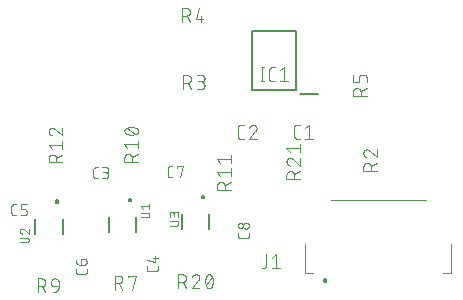
<source format=gbr>
G04 EAGLE Gerber RS-274X export*
G75*
%MOMM*%
%FSLAX34Y34*%
%LPD*%
%INSilkscreen Top*%
%IPPOS*%
%AMOC8*
5,1,8,0,0,1.08239X$1,22.5*%
G01*
%ADD10C,0.100000*%
%ADD11C,0.200000*%
%ADD12C,0.200000*%
%ADD13C,0.101600*%
%ADD14C,0.076200*%
%ADD15C,0.127000*%


D10*
X277143Y118277D02*
X271043Y118277D01*
X271043Y143277D01*
X387743Y118277D02*
X394443Y118277D01*
X394443Y143277D01*
X372743Y180477D02*
X292743Y180477D01*
D11*
X287743Y113277D03*
D12*
X287681Y113275D01*
X287620Y113269D01*
X287559Y113260D01*
X287499Y113247D01*
X287440Y113230D01*
X287382Y113209D01*
X287325Y113185D01*
X287270Y113158D01*
X287217Y113127D01*
X287165Y113093D01*
X287116Y113056D01*
X287069Y113016D01*
X287025Y112973D01*
X286984Y112928D01*
X286945Y112880D01*
X286909Y112829D01*
X286877Y112777D01*
X286848Y112723D01*
X286822Y112667D01*
X286800Y112609D01*
X286781Y112551D01*
X286766Y112491D01*
X286755Y112430D01*
X286747Y112369D01*
X286743Y112308D01*
X286743Y112246D01*
X286747Y112185D01*
X286755Y112124D01*
X286766Y112063D01*
X286781Y112003D01*
X286800Y111945D01*
X286822Y111887D01*
X286848Y111831D01*
X286877Y111777D01*
X286909Y111725D01*
X286945Y111674D01*
X286984Y111626D01*
X287025Y111581D01*
X287069Y111538D01*
X287116Y111498D01*
X287165Y111461D01*
X287217Y111427D01*
X287270Y111396D01*
X287325Y111369D01*
X287382Y111345D01*
X287440Y111324D01*
X287499Y111307D01*
X287559Y111294D01*
X287620Y111285D01*
X287681Y111279D01*
X287743Y111277D01*
D11*
X287743Y111277D03*
D12*
X287805Y111279D01*
X287866Y111285D01*
X287927Y111294D01*
X287987Y111307D01*
X288046Y111324D01*
X288104Y111345D01*
X288161Y111369D01*
X288216Y111396D01*
X288269Y111427D01*
X288321Y111461D01*
X288370Y111498D01*
X288417Y111538D01*
X288461Y111581D01*
X288502Y111626D01*
X288541Y111674D01*
X288577Y111725D01*
X288609Y111777D01*
X288638Y111831D01*
X288664Y111887D01*
X288686Y111945D01*
X288705Y112003D01*
X288720Y112063D01*
X288731Y112124D01*
X288739Y112185D01*
X288743Y112246D01*
X288743Y112308D01*
X288739Y112369D01*
X288731Y112430D01*
X288720Y112491D01*
X288705Y112551D01*
X288686Y112609D01*
X288664Y112667D01*
X288638Y112723D01*
X288609Y112777D01*
X288577Y112829D01*
X288541Y112880D01*
X288502Y112928D01*
X288461Y112973D01*
X288417Y113016D01*
X288370Y113056D01*
X288321Y113093D01*
X288269Y113127D01*
X288216Y113158D01*
X288161Y113185D01*
X288104Y113209D01*
X288046Y113230D01*
X287987Y113247D01*
X287927Y113260D01*
X287866Y113269D01*
X287805Y113275D01*
X287743Y113277D01*
D13*
X237785Y125172D02*
X237785Y134260D01*
X237785Y125172D02*
X237783Y125073D01*
X237777Y124973D01*
X237768Y124874D01*
X237755Y124776D01*
X237738Y124678D01*
X237717Y124580D01*
X237692Y124484D01*
X237664Y124389D01*
X237632Y124295D01*
X237597Y124202D01*
X237558Y124110D01*
X237515Y124020D01*
X237470Y123932D01*
X237420Y123845D01*
X237368Y123761D01*
X237312Y123678D01*
X237254Y123598D01*
X237192Y123520D01*
X237127Y123445D01*
X237059Y123372D01*
X236989Y123302D01*
X236916Y123234D01*
X236841Y123169D01*
X236763Y123107D01*
X236683Y123049D01*
X236600Y122993D01*
X236516Y122941D01*
X236429Y122891D01*
X236341Y122846D01*
X236251Y122803D01*
X236159Y122764D01*
X236066Y122729D01*
X235972Y122697D01*
X235877Y122669D01*
X235781Y122644D01*
X235683Y122623D01*
X235585Y122606D01*
X235487Y122593D01*
X235388Y122584D01*
X235288Y122578D01*
X235189Y122576D01*
X233891Y122576D01*
X243059Y131663D02*
X246304Y134260D01*
X246304Y122576D01*
X243059Y122576D02*
X249550Y122576D01*
D12*
X263007Y273824D02*
X226007Y273824D01*
X226007Y323824D01*
X263007Y323824D01*
X263007Y273824D01*
X266507Y270324D02*
X281257Y270324D01*
D13*
X234390Y281039D02*
X234390Y292723D01*
X233092Y281039D02*
X235688Y281039D01*
X235688Y292723D02*
X233092Y292723D01*
X242852Y281039D02*
X245448Y281039D01*
X242852Y281039D02*
X242753Y281041D01*
X242653Y281047D01*
X242554Y281056D01*
X242456Y281069D01*
X242358Y281086D01*
X242260Y281107D01*
X242164Y281132D01*
X242069Y281160D01*
X241975Y281192D01*
X241882Y281227D01*
X241790Y281266D01*
X241700Y281309D01*
X241612Y281354D01*
X241525Y281404D01*
X241441Y281456D01*
X241358Y281512D01*
X241278Y281570D01*
X241200Y281632D01*
X241125Y281697D01*
X241052Y281765D01*
X240982Y281835D01*
X240914Y281908D01*
X240849Y281983D01*
X240787Y282061D01*
X240729Y282141D01*
X240673Y282224D01*
X240621Y282308D01*
X240571Y282395D01*
X240526Y282483D01*
X240483Y282573D01*
X240444Y282665D01*
X240409Y282758D01*
X240377Y282852D01*
X240349Y282947D01*
X240324Y283043D01*
X240303Y283141D01*
X240286Y283239D01*
X240273Y283337D01*
X240264Y283436D01*
X240258Y283536D01*
X240256Y283635D01*
X240255Y283635D02*
X240255Y290126D01*
X240256Y290126D02*
X240258Y290225D01*
X240264Y290325D01*
X240273Y290424D01*
X240286Y290522D01*
X240303Y290620D01*
X240324Y290718D01*
X240349Y290814D01*
X240377Y290909D01*
X240409Y291003D01*
X240444Y291096D01*
X240483Y291188D01*
X240526Y291278D01*
X240571Y291366D01*
X240621Y291453D01*
X240673Y291537D01*
X240729Y291620D01*
X240787Y291700D01*
X240849Y291778D01*
X240914Y291853D01*
X240982Y291926D01*
X241052Y291996D01*
X241125Y292064D01*
X241200Y292129D01*
X241278Y292191D01*
X241358Y292249D01*
X241441Y292305D01*
X241525Y292357D01*
X241612Y292407D01*
X241700Y292452D01*
X241790Y292495D01*
X241882Y292534D01*
X241974Y292569D01*
X242069Y292601D01*
X242164Y292629D01*
X242260Y292654D01*
X242358Y292675D01*
X242456Y292692D01*
X242554Y292705D01*
X242653Y292714D01*
X242753Y292720D01*
X242852Y292722D01*
X242852Y292723D02*
X245448Y292723D01*
X249813Y290126D02*
X253059Y292723D01*
X253059Y281039D01*
X249813Y281039D02*
X256305Y281039D01*
X263992Y232300D02*
X266589Y232300D01*
X263992Y232301D02*
X263893Y232303D01*
X263793Y232309D01*
X263694Y232318D01*
X263596Y232331D01*
X263498Y232348D01*
X263400Y232369D01*
X263304Y232394D01*
X263209Y232422D01*
X263115Y232454D01*
X263022Y232489D01*
X262930Y232528D01*
X262840Y232571D01*
X262752Y232616D01*
X262665Y232666D01*
X262581Y232718D01*
X262498Y232774D01*
X262418Y232832D01*
X262340Y232894D01*
X262265Y232959D01*
X262192Y233027D01*
X262122Y233097D01*
X262054Y233170D01*
X261989Y233245D01*
X261927Y233323D01*
X261869Y233403D01*
X261813Y233486D01*
X261761Y233570D01*
X261711Y233657D01*
X261666Y233745D01*
X261623Y233835D01*
X261584Y233927D01*
X261549Y234020D01*
X261517Y234114D01*
X261489Y234209D01*
X261464Y234305D01*
X261443Y234403D01*
X261426Y234501D01*
X261413Y234599D01*
X261404Y234698D01*
X261398Y234798D01*
X261396Y234897D01*
X261396Y241388D01*
X261398Y241487D01*
X261404Y241587D01*
X261413Y241686D01*
X261426Y241784D01*
X261443Y241882D01*
X261464Y241980D01*
X261489Y242076D01*
X261517Y242171D01*
X261549Y242265D01*
X261584Y242358D01*
X261623Y242450D01*
X261666Y242540D01*
X261711Y242628D01*
X261761Y242715D01*
X261813Y242799D01*
X261869Y242882D01*
X261927Y242962D01*
X261989Y243040D01*
X262054Y243115D01*
X262122Y243188D01*
X262192Y243258D01*
X262265Y243326D01*
X262340Y243391D01*
X262418Y243453D01*
X262498Y243511D01*
X262581Y243567D01*
X262665Y243619D01*
X262752Y243669D01*
X262840Y243714D01*
X262930Y243757D01*
X263022Y243796D01*
X263114Y243831D01*
X263209Y243863D01*
X263304Y243891D01*
X263400Y243916D01*
X263498Y243937D01*
X263596Y243954D01*
X263694Y243967D01*
X263793Y243976D01*
X263893Y243982D01*
X263992Y243984D01*
X266589Y243984D01*
X270954Y241388D02*
X274200Y243984D01*
X274200Y232300D01*
X277445Y232300D02*
X270954Y232300D01*
X218840Y232212D02*
X216244Y232212D01*
X216145Y232214D01*
X216045Y232220D01*
X215946Y232229D01*
X215848Y232242D01*
X215750Y232259D01*
X215652Y232280D01*
X215556Y232305D01*
X215461Y232333D01*
X215367Y232365D01*
X215274Y232400D01*
X215182Y232439D01*
X215092Y232482D01*
X215004Y232527D01*
X214917Y232577D01*
X214833Y232629D01*
X214750Y232685D01*
X214670Y232743D01*
X214592Y232805D01*
X214517Y232870D01*
X214444Y232938D01*
X214374Y233008D01*
X214306Y233081D01*
X214241Y233156D01*
X214179Y233234D01*
X214121Y233314D01*
X214065Y233397D01*
X214013Y233481D01*
X213963Y233568D01*
X213918Y233656D01*
X213875Y233746D01*
X213836Y233838D01*
X213801Y233931D01*
X213769Y234025D01*
X213741Y234120D01*
X213716Y234216D01*
X213695Y234314D01*
X213678Y234412D01*
X213665Y234510D01*
X213656Y234609D01*
X213650Y234709D01*
X213648Y234808D01*
X213647Y234808D02*
X213647Y241299D01*
X213648Y241299D02*
X213650Y241398D01*
X213656Y241498D01*
X213665Y241597D01*
X213678Y241695D01*
X213695Y241793D01*
X213716Y241891D01*
X213741Y241987D01*
X213769Y242082D01*
X213801Y242176D01*
X213836Y242269D01*
X213875Y242361D01*
X213918Y242451D01*
X213963Y242539D01*
X214013Y242626D01*
X214065Y242710D01*
X214121Y242793D01*
X214179Y242873D01*
X214241Y242951D01*
X214306Y243026D01*
X214374Y243099D01*
X214444Y243169D01*
X214517Y243237D01*
X214592Y243302D01*
X214670Y243364D01*
X214750Y243422D01*
X214833Y243478D01*
X214917Y243530D01*
X215004Y243580D01*
X215092Y243625D01*
X215182Y243668D01*
X215274Y243707D01*
X215366Y243742D01*
X215461Y243774D01*
X215556Y243802D01*
X215652Y243827D01*
X215750Y243848D01*
X215848Y243865D01*
X215946Y243878D01*
X216045Y243887D01*
X216145Y243893D01*
X216244Y243895D01*
X216244Y243896D02*
X218840Y243896D01*
X226776Y243896D02*
X226883Y243894D01*
X226989Y243888D01*
X227095Y243878D01*
X227201Y243865D01*
X227307Y243847D01*
X227411Y243826D01*
X227515Y243801D01*
X227618Y243772D01*
X227719Y243740D01*
X227819Y243703D01*
X227918Y243663D01*
X228016Y243620D01*
X228112Y243573D01*
X228206Y243522D01*
X228298Y243468D01*
X228388Y243411D01*
X228476Y243351D01*
X228561Y243287D01*
X228644Y243220D01*
X228725Y243150D01*
X228803Y243078D01*
X228879Y243002D01*
X228951Y242924D01*
X229021Y242843D01*
X229088Y242760D01*
X229152Y242675D01*
X229212Y242587D01*
X229269Y242497D01*
X229323Y242405D01*
X229374Y242311D01*
X229421Y242215D01*
X229464Y242117D01*
X229504Y242018D01*
X229541Y241918D01*
X229573Y241817D01*
X229602Y241714D01*
X229627Y241610D01*
X229648Y241506D01*
X229666Y241400D01*
X229679Y241294D01*
X229689Y241188D01*
X229695Y241082D01*
X229697Y240975D01*
X226776Y243896D02*
X226655Y243894D01*
X226534Y243888D01*
X226414Y243878D01*
X226293Y243865D01*
X226174Y243847D01*
X226054Y243826D01*
X225936Y243801D01*
X225819Y243772D01*
X225702Y243739D01*
X225587Y243703D01*
X225473Y243662D01*
X225360Y243619D01*
X225248Y243571D01*
X225139Y243520D01*
X225031Y243465D01*
X224924Y243407D01*
X224820Y243346D01*
X224718Y243281D01*
X224618Y243213D01*
X224520Y243142D01*
X224424Y243068D01*
X224331Y242991D01*
X224241Y242910D01*
X224153Y242827D01*
X224068Y242741D01*
X223985Y242652D01*
X223906Y242561D01*
X223829Y242467D01*
X223756Y242371D01*
X223686Y242273D01*
X223619Y242172D01*
X223555Y242069D01*
X223495Y241964D01*
X223438Y241857D01*
X223384Y241749D01*
X223334Y241639D01*
X223288Y241527D01*
X223245Y241414D01*
X223206Y241299D01*
X228723Y238703D02*
X228802Y238780D01*
X228878Y238861D01*
X228951Y238944D01*
X229021Y239029D01*
X229088Y239117D01*
X229152Y239207D01*
X229212Y239299D01*
X229269Y239394D01*
X229323Y239490D01*
X229374Y239588D01*
X229421Y239688D01*
X229465Y239790D01*
X229505Y239893D01*
X229541Y239997D01*
X229573Y240103D01*
X229602Y240209D01*
X229627Y240317D01*
X229649Y240425D01*
X229666Y240535D01*
X229680Y240644D01*
X229689Y240754D01*
X229695Y240865D01*
X229697Y240975D01*
X228723Y238703D02*
X223206Y232212D01*
X229697Y232212D01*
X254963Y198210D02*
X266647Y198210D01*
X254963Y198210D02*
X254963Y201455D01*
X254962Y201455D02*
X254964Y201568D01*
X254970Y201681D01*
X254980Y201794D01*
X254994Y201907D01*
X255011Y202019D01*
X255033Y202130D01*
X255058Y202240D01*
X255088Y202350D01*
X255121Y202458D01*
X255158Y202565D01*
X255198Y202671D01*
X255243Y202775D01*
X255291Y202878D01*
X255342Y202979D01*
X255397Y203078D01*
X255455Y203175D01*
X255517Y203270D01*
X255582Y203363D01*
X255650Y203453D01*
X255721Y203541D01*
X255796Y203627D01*
X255873Y203710D01*
X255953Y203790D01*
X256036Y203867D01*
X256122Y203942D01*
X256210Y204013D01*
X256300Y204081D01*
X256393Y204146D01*
X256488Y204208D01*
X256585Y204266D01*
X256684Y204321D01*
X256785Y204372D01*
X256888Y204420D01*
X256992Y204465D01*
X257098Y204505D01*
X257205Y204542D01*
X257313Y204575D01*
X257423Y204605D01*
X257533Y204630D01*
X257644Y204652D01*
X257756Y204669D01*
X257869Y204683D01*
X257982Y204693D01*
X258095Y204699D01*
X258208Y204701D01*
X258321Y204699D01*
X258434Y204693D01*
X258547Y204683D01*
X258660Y204669D01*
X258772Y204652D01*
X258883Y204630D01*
X258993Y204605D01*
X259103Y204575D01*
X259211Y204542D01*
X259318Y204505D01*
X259424Y204465D01*
X259528Y204420D01*
X259631Y204372D01*
X259732Y204321D01*
X259831Y204266D01*
X259928Y204208D01*
X260023Y204146D01*
X260116Y204081D01*
X260206Y204013D01*
X260294Y203942D01*
X260380Y203867D01*
X260463Y203790D01*
X260543Y203710D01*
X260620Y203627D01*
X260695Y203541D01*
X260766Y203453D01*
X260834Y203363D01*
X260899Y203270D01*
X260961Y203175D01*
X261019Y203078D01*
X261074Y202979D01*
X261125Y202878D01*
X261173Y202775D01*
X261218Y202671D01*
X261258Y202565D01*
X261295Y202458D01*
X261328Y202350D01*
X261358Y202240D01*
X261383Y202130D01*
X261405Y202019D01*
X261422Y201907D01*
X261436Y201794D01*
X261446Y201681D01*
X261452Y201568D01*
X261454Y201455D01*
X261454Y198210D01*
X261454Y202104D02*
X266647Y204701D01*
X257884Y216057D02*
X257777Y216055D01*
X257671Y216049D01*
X257565Y216039D01*
X257459Y216026D01*
X257353Y216008D01*
X257249Y215987D01*
X257145Y215962D01*
X257042Y215933D01*
X256941Y215901D01*
X256841Y215864D01*
X256742Y215824D01*
X256644Y215781D01*
X256548Y215734D01*
X256454Y215683D01*
X256362Y215629D01*
X256272Y215572D01*
X256184Y215512D01*
X256099Y215448D01*
X256016Y215381D01*
X255935Y215311D01*
X255857Y215239D01*
X255781Y215163D01*
X255709Y215085D01*
X255639Y215004D01*
X255572Y214921D01*
X255508Y214836D01*
X255448Y214748D01*
X255391Y214658D01*
X255337Y214566D01*
X255286Y214472D01*
X255239Y214376D01*
X255196Y214278D01*
X255156Y214179D01*
X255119Y214079D01*
X255087Y213978D01*
X255058Y213875D01*
X255033Y213771D01*
X255012Y213667D01*
X254994Y213561D01*
X254981Y213455D01*
X254971Y213349D01*
X254965Y213243D01*
X254963Y213136D01*
X254962Y213136D02*
X254964Y213015D01*
X254970Y212894D01*
X254980Y212774D01*
X254993Y212653D01*
X255011Y212534D01*
X255032Y212414D01*
X255057Y212296D01*
X255086Y212179D01*
X255119Y212062D01*
X255155Y211947D01*
X255196Y211833D01*
X255239Y211720D01*
X255287Y211608D01*
X255338Y211499D01*
X255393Y211391D01*
X255451Y211284D01*
X255512Y211180D01*
X255577Y211078D01*
X255645Y210978D01*
X255716Y210880D01*
X255790Y210784D01*
X255867Y210691D01*
X255948Y210601D01*
X256031Y210513D01*
X256117Y210428D01*
X256206Y210345D01*
X256297Y210266D01*
X256391Y210189D01*
X256487Y210116D01*
X256585Y210046D01*
X256686Y209979D01*
X256789Y209915D01*
X256894Y209855D01*
X257001Y209797D01*
X257109Y209744D01*
X257219Y209694D01*
X257331Y209648D01*
X257444Y209605D01*
X257559Y209566D01*
X260156Y215083D02*
X260078Y215162D01*
X259998Y215238D01*
X259915Y215311D01*
X259829Y215381D01*
X259742Y215448D01*
X259651Y215512D01*
X259559Y215572D01*
X259465Y215630D01*
X259368Y215684D01*
X259270Y215734D01*
X259170Y215781D01*
X259069Y215825D01*
X258966Y215865D01*
X258861Y215901D01*
X258756Y215933D01*
X258649Y215962D01*
X258542Y215987D01*
X258433Y216009D01*
X258324Y216026D01*
X258215Y216040D01*
X258105Y216049D01*
X257994Y216055D01*
X257884Y216057D01*
X260155Y215084D02*
X266647Y209566D01*
X266647Y216057D01*
X257559Y220996D02*
X254963Y224242D01*
X266647Y224242D01*
X266647Y227487D02*
X266647Y220996D01*
X320117Y205325D02*
X331801Y205325D01*
X320117Y205325D02*
X320117Y208571D01*
X320119Y208684D01*
X320125Y208797D01*
X320135Y208910D01*
X320149Y209023D01*
X320166Y209135D01*
X320188Y209246D01*
X320213Y209356D01*
X320243Y209466D01*
X320276Y209574D01*
X320313Y209681D01*
X320353Y209787D01*
X320398Y209891D01*
X320446Y209994D01*
X320497Y210095D01*
X320552Y210194D01*
X320610Y210291D01*
X320672Y210386D01*
X320737Y210479D01*
X320805Y210569D01*
X320876Y210657D01*
X320951Y210743D01*
X321028Y210826D01*
X321108Y210906D01*
X321191Y210983D01*
X321277Y211058D01*
X321365Y211129D01*
X321455Y211197D01*
X321548Y211262D01*
X321643Y211324D01*
X321740Y211382D01*
X321839Y211437D01*
X321940Y211488D01*
X322043Y211536D01*
X322147Y211581D01*
X322253Y211621D01*
X322360Y211658D01*
X322468Y211691D01*
X322578Y211721D01*
X322688Y211746D01*
X322799Y211768D01*
X322911Y211785D01*
X323024Y211799D01*
X323137Y211809D01*
X323250Y211815D01*
X323363Y211817D01*
X323476Y211815D01*
X323589Y211809D01*
X323702Y211799D01*
X323815Y211785D01*
X323927Y211768D01*
X324038Y211746D01*
X324148Y211721D01*
X324258Y211691D01*
X324366Y211658D01*
X324473Y211621D01*
X324579Y211581D01*
X324683Y211536D01*
X324786Y211488D01*
X324887Y211437D01*
X324986Y211382D01*
X325083Y211324D01*
X325178Y211262D01*
X325271Y211197D01*
X325361Y211129D01*
X325449Y211058D01*
X325535Y210983D01*
X325618Y210906D01*
X325698Y210826D01*
X325775Y210743D01*
X325850Y210657D01*
X325921Y210569D01*
X325989Y210479D01*
X326054Y210386D01*
X326116Y210291D01*
X326174Y210194D01*
X326229Y210095D01*
X326280Y209994D01*
X326328Y209891D01*
X326373Y209787D01*
X326413Y209681D01*
X326450Y209574D01*
X326483Y209466D01*
X326513Y209356D01*
X326538Y209246D01*
X326560Y209135D01*
X326577Y209023D01*
X326591Y208910D01*
X326601Y208797D01*
X326607Y208684D01*
X326609Y208571D01*
X326608Y208571D02*
X326608Y205325D01*
X326608Y209220D02*
X331801Y211816D01*
X323038Y223173D02*
X322931Y223171D01*
X322825Y223165D01*
X322719Y223155D01*
X322613Y223142D01*
X322507Y223124D01*
X322403Y223103D01*
X322299Y223078D01*
X322196Y223049D01*
X322095Y223017D01*
X321995Y222980D01*
X321896Y222940D01*
X321798Y222897D01*
X321702Y222850D01*
X321608Y222799D01*
X321516Y222745D01*
X321426Y222688D01*
X321338Y222628D01*
X321253Y222564D01*
X321170Y222497D01*
X321089Y222427D01*
X321011Y222355D01*
X320935Y222279D01*
X320863Y222201D01*
X320793Y222120D01*
X320726Y222037D01*
X320662Y221952D01*
X320602Y221864D01*
X320545Y221774D01*
X320491Y221682D01*
X320440Y221588D01*
X320393Y221492D01*
X320350Y221394D01*
X320310Y221295D01*
X320273Y221195D01*
X320241Y221094D01*
X320212Y220991D01*
X320187Y220887D01*
X320166Y220783D01*
X320148Y220677D01*
X320135Y220571D01*
X320125Y220465D01*
X320119Y220359D01*
X320117Y220252D01*
X320119Y220131D01*
X320125Y220010D01*
X320135Y219890D01*
X320148Y219769D01*
X320166Y219650D01*
X320187Y219530D01*
X320212Y219412D01*
X320241Y219295D01*
X320274Y219178D01*
X320310Y219063D01*
X320351Y218949D01*
X320394Y218836D01*
X320442Y218724D01*
X320493Y218615D01*
X320548Y218507D01*
X320606Y218400D01*
X320667Y218296D01*
X320732Y218194D01*
X320800Y218094D01*
X320871Y217996D01*
X320945Y217900D01*
X321022Y217807D01*
X321103Y217717D01*
X321186Y217629D01*
X321272Y217544D01*
X321361Y217461D01*
X321452Y217382D01*
X321546Y217305D01*
X321642Y217232D01*
X321740Y217162D01*
X321841Y217095D01*
X321944Y217031D01*
X322049Y216971D01*
X322156Y216913D01*
X322264Y216860D01*
X322374Y216810D01*
X322486Y216764D01*
X322599Y216721D01*
X322714Y216682D01*
X325310Y222198D02*
X325232Y222277D01*
X325152Y222353D01*
X325069Y222426D01*
X324983Y222496D01*
X324896Y222563D01*
X324805Y222627D01*
X324713Y222687D01*
X324619Y222745D01*
X324522Y222799D01*
X324424Y222849D01*
X324324Y222896D01*
X324223Y222940D01*
X324120Y222980D01*
X324015Y223016D01*
X323910Y223048D01*
X323803Y223077D01*
X323696Y223102D01*
X323587Y223124D01*
X323478Y223141D01*
X323369Y223155D01*
X323259Y223164D01*
X323148Y223170D01*
X323038Y223172D01*
X325310Y222199D02*
X331801Y216682D01*
X331801Y223173D01*
X167764Y274264D02*
X167764Y285948D01*
X171010Y285948D01*
X171123Y285946D01*
X171236Y285940D01*
X171349Y285930D01*
X171462Y285916D01*
X171574Y285899D01*
X171685Y285877D01*
X171795Y285852D01*
X171905Y285822D01*
X172013Y285789D01*
X172120Y285752D01*
X172226Y285712D01*
X172330Y285667D01*
X172433Y285619D01*
X172534Y285568D01*
X172633Y285513D01*
X172730Y285455D01*
X172825Y285393D01*
X172918Y285328D01*
X173008Y285260D01*
X173096Y285189D01*
X173182Y285114D01*
X173265Y285037D01*
X173345Y284957D01*
X173422Y284874D01*
X173497Y284788D01*
X173568Y284700D01*
X173636Y284610D01*
X173701Y284517D01*
X173763Y284422D01*
X173821Y284325D01*
X173876Y284226D01*
X173927Y284125D01*
X173975Y284022D01*
X174020Y283918D01*
X174060Y283812D01*
X174097Y283705D01*
X174130Y283597D01*
X174160Y283487D01*
X174185Y283377D01*
X174207Y283266D01*
X174224Y283154D01*
X174238Y283041D01*
X174248Y282928D01*
X174254Y282815D01*
X174256Y282702D01*
X174254Y282589D01*
X174248Y282476D01*
X174238Y282363D01*
X174224Y282250D01*
X174207Y282138D01*
X174185Y282027D01*
X174160Y281917D01*
X174130Y281807D01*
X174097Y281699D01*
X174060Y281592D01*
X174020Y281486D01*
X173975Y281382D01*
X173927Y281279D01*
X173876Y281178D01*
X173821Y281079D01*
X173763Y280982D01*
X173701Y280887D01*
X173636Y280794D01*
X173568Y280704D01*
X173497Y280616D01*
X173422Y280530D01*
X173345Y280447D01*
X173265Y280367D01*
X173182Y280290D01*
X173096Y280215D01*
X173008Y280144D01*
X172918Y280076D01*
X172825Y280011D01*
X172730Y279949D01*
X172633Y279891D01*
X172534Y279836D01*
X172433Y279785D01*
X172330Y279737D01*
X172226Y279692D01*
X172120Y279652D01*
X172013Y279615D01*
X171905Y279582D01*
X171795Y279552D01*
X171685Y279527D01*
X171574Y279505D01*
X171462Y279488D01*
X171349Y279474D01*
X171236Y279464D01*
X171123Y279458D01*
X171010Y279456D01*
X171010Y279457D02*
X167764Y279457D01*
X171659Y279457D02*
X174255Y274264D01*
X179120Y274264D02*
X182366Y274264D01*
X182479Y274266D01*
X182592Y274272D01*
X182705Y274282D01*
X182818Y274296D01*
X182930Y274313D01*
X183041Y274335D01*
X183151Y274360D01*
X183261Y274390D01*
X183369Y274423D01*
X183476Y274460D01*
X183582Y274500D01*
X183686Y274545D01*
X183789Y274593D01*
X183890Y274644D01*
X183989Y274699D01*
X184086Y274757D01*
X184181Y274819D01*
X184274Y274884D01*
X184364Y274952D01*
X184452Y275023D01*
X184538Y275098D01*
X184621Y275175D01*
X184701Y275255D01*
X184778Y275338D01*
X184853Y275424D01*
X184924Y275512D01*
X184992Y275602D01*
X185057Y275695D01*
X185119Y275790D01*
X185177Y275887D01*
X185232Y275986D01*
X185283Y276087D01*
X185331Y276190D01*
X185376Y276294D01*
X185416Y276400D01*
X185453Y276507D01*
X185486Y276615D01*
X185516Y276725D01*
X185541Y276835D01*
X185563Y276946D01*
X185580Y277058D01*
X185594Y277171D01*
X185604Y277284D01*
X185610Y277397D01*
X185612Y277510D01*
X185610Y277623D01*
X185604Y277736D01*
X185594Y277849D01*
X185580Y277962D01*
X185563Y278074D01*
X185541Y278185D01*
X185516Y278295D01*
X185486Y278405D01*
X185453Y278513D01*
X185416Y278620D01*
X185376Y278726D01*
X185331Y278830D01*
X185283Y278933D01*
X185232Y279034D01*
X185177Y279133D01*
X185119Y279230D01*
X185057Y279325D01*
X184992Y279418D01*
X184924Y279508D01*
X184853Y279596D01*
X184778Y279682D01*
X184701Y279765D01*
X184621Y279845D01*
X184538Y279922D01*
X184452Y279997D01*
X184364Y280068D01*
X184274Y280136D01*
X184181Y280201D01*
X184086Y280263D01*
X183989Y280321D01*
X183890Y280376D01*
X183789Y280427D01*
X183686Y280475D01*
X183582Y280520D01*
X183476Y280560D01*
X183369Y280597D01*
X183261Y280630D01*
X183151Y280660D01*
X183041Y280685D01*
X182930Y280707D01*
X182818Y280724D01*
X182705Y280738D01*
X182592Y280748D01*
X182479Y280754D01*
X182366Y280756D01*
X183015Y285948D02*
X179120Y285948D01*
X183015Y285948D02*
X183116Y285946D01*
X183216Y285940D01*
X183316Y285930D01*
X183416Y285917D01*
X183515Y285899D01*
X183614Y285878D01*
X183711Y285853D01*
X183808Y285824D01*
X183903Y285791D01*
X183997Y285755D01*
X184089Y285715D01*
X184180Y285672D01*
X184269Y285625D01*
X184356Y285575D01*
X184442Y285521D01*
X184525Y285464D01*
X184605Y285404D01*
X184684Y285341D01*
X184760Y285274D01*
X184833Y285205D01*
X184903Y285133D01*
X184971Y285059D01*
X185036Y284982D01*
X185097Y284902D01*
X185156Y284820D01*
X185211Y284736D01*
X185263Y284650D01*
X185312Y284562D01*
X185357Y284472D01*
X185399Y284380D01*
X185437Y284287D01*
X185471Y284192D01*
X185502Y284097D01*
X185529Y284000D01*
X185552Y283902D01*
X185572Y283803D01*
X185587Y283703D01*
X185599Y283603D01*
X185607Y283503D01*
X185611Y283402D01*
X185611Y283302D01*
X185607Y283201D01*
X185599Y283101D01*
X185587Y283001D01*
X185572Y282901D01*
X185552Y282802D01*
X185529Y282704D01*
X185502Y282607D01*
X185471Y282512D01*
X185437Y282417D01*
X185399Y282324D01*
X185357Y282232D01*
X185312Y282142D01*
X185263Y282054D01*
X185211Y281968D01*
X185156Y281884D01*
X185097Y281802D01*
X185036Y281722D01*
X184971Y281645D01*
X184903Y281571D01*
X184833Y281499D01*
X184760Y281430D01*
X184684Y281363D01*
X184605Y281300D01*
X184525Y281240D01*
X184442Y281183D01*
X184356Y281129D01*
X184269Y281079D01*
X184180Y281032D01*
X184089Y280989D01*
X183997Y280949D01*
X183903Y280913D01*
X183808Y280880D01*
X183711Y280851D01*
X183614Y280826D01*
X183515Y280805D01*
X183416Y280787D01*
X183316Y280774D01*
X183216Y280764D01*
X183116Y280758D01*
X183015Y280756D01*
X183015Y280755D02*
X180419Y280755D01*
X166846Y331321D02*
X166846Y343005D01*
X170092Y343005D01*
X170205Y343003D01*
X170318Y342997D01*
X170431Y342987D01*
X170544Y342973D01*
X170656Y342956D01*
X170767Y342934D01*
X170877Y342909D01*
X170987Y342879D01*
X171095Y342846D01*
X171202Y342809D01*
X171308Y342769D01*
X171412Y342724D01*
X171515Y342676D01*
X171616Y342625D01*
X171715Y342570D01*
X171812Y342512D01*
X171907Y342450D01*
X172000Y342385D01*
X172090Y342317D01*
X172178Y342246D01*
X172264Y342171D01*
X172347Y342094D01*
X172427Y342014D01*
X172504Y341931D01*
X172579Y341845D01*
X172650Y341757D01*
X172718Y341667D01*
X172783Y341574D01*
X172845Y341479D01*
X172903Y341382D01*
X172958Y341283D01*
X173009Y341182D01*
X173057Y341079D01*
X173102Y340975D01*
X173142Y340869D01*
X173179Y340762D01*
X173212Y340654D01*
X173242Y340544D01*
X173267Y340434D01*
X173289Y340323D01*
X173306Y340211D01*
X173320Y340098D01*
X173330Y339985D01*
X173336Y339872D01*
X173338Y339759D01*
X173336Y339646D01*
X173330Y339533D01*
X173320Y339420D01*
X173306Y339307D01*
X173289Y339195D01*
X173267Y339084D01*
X173242Y338974D01*
X173212Y338864D01*
X173179Y338756D01*
X173142Y338649D01*
X173102Y338543D01*
X173057Y338439D01*
X173009Y338336D01*
X172958Y338235D01*
X172903Y338136D01*
X172845Y338039D01*
X172783Y337944D01*
X172718Y337851D01*
X172650Y337761D01*
X172579Y337673D01*
X172504Y337587D01*
X172427Y337504D01*
X172347Y337424D01*
X172264Y337347D01*
X172178Y337272D01*
X172090Y337201D01*
X172000Y337133D01*
X171907Y337068D01*
X171812Y337006D01*
X171715Y336948D01*
X171616Y336893D01*
X171515Y336842D01*
X171412Y336794D01*
X171308Y336749D01*
X171202Y336709D01*
X171095Y336672D01*
X170987Y336639D01*
X170877Y336609D01*
X170767Y336584D01*
X170656Y336562D01*
X170544Y336545D01*
X170431Y336531D01*
X170318Y336521D01*
X170205Y336515D01*
X170092Y336513D01*
X170092Y336514D02*
X166846Y336514D01*
X170741Y336514D02*
X173337Y331321D01*
X178202Y333917D02*
X180799Y343005D01*
X178202Y333917D02*
X184694Y333917D01*
X182746Y331321D02*
X182746Y336514D01*
X311218Y268630D02*
X322902Y268630D01*
X311218Y268630D02*
X311218Y271876D01*
X311220Y271989D01*
X311226Y272102D01*
X311236Y272215D01*
X311250Y272328D01*
X311267Y272440D01*
X311289Y272551D01*
X311314Y272661D01*
X311344Y272771D01*
X311377Y272879D01*
X311414Y272986D01*
X311454Y273092D01*
X311499Y273196D01*
X311547Y273299D01*
X311598Y273400D01*
X311653Y273499D01*
X311711Y273596D01*
X311773Y273691D01*
X311838Y273784D01*
X311906Y273874D01*
X311977Y273962D01*
X312052Y274048D01*
X312129Y274131D01*
X312209Y274211D01*
X312292Y274288D01*
X312378Y274363D01*
X312466Y274434D01*
X312556Y274502D01*
X312649Y274567D01*
X312744Y274629D01*
X312841Y274687D01*
X312940Y274742D01*
X313041Y274793D01*
X313144Y274841D01*
X313248Y274886D01*
X313354Y274926D01*
X313461Y274963D01*
X313569Y274996D01*
X313679Y275026D01*
X313789Y275051D01*
X313900Y275073D01*
X314012Y275090D01*
X314125Y275104D01*
X314238Y275114D01*
X314351Y275120D01*
X314464Y275122D01*
X314577Y275120D01*
X314690Y275114D01*
X314803Y275104D01*
X314916Y275090D01*
X315028Y275073D01*
X315139Y275051D01*
X315249Y275026D01*
X315359Y274996D01*
X315467Y274963D01*
X315574Y274926D01*
X315680Y274886D01*
X315784Y274841D01*
X315887Y274793D01*
X315988Y274742D01*
X316087Y274687D01*
X316184Y274629D01*
X316279Y274567D01*
X316372Y274502D01*
X316462Y274434D01*
X316550Y274363D01*
X316636Y274288D01*
X316719Y274211D01*
X316799Y274131D01*
X316876Y274048D01*
X316951Y273962D01*
X317022Y273874D01*
X317090Y273784D01*
X317155Y273691D01*
X317217Y273596D01*
X317275Y273499D01*
X317330Y273400D01*
X317381Y273299D01*
X317429Y273196D01*
X317474Y273092D01*
X317514Y272986D01*
X317551Y272879D01*
X317584Y272771D01*
X317614Y272661D01*
X317639Y272551D01*
X317661Y272440D01*
X317678Y272328D01*
X317692Y272215D01*
X317702Y272102D01*
X317708Y271989D01*
X317710Y271876D01*
X317709Y271876D02*
X317709Y268630D01*
X317709Y272525D02*
X322902Y275121D01*
X322902Y279986D02*
X322902Y283881D01*
X322900Y283980D01*
X322894Y284080D01*
X322885Y284179D01*
X322872Y284277D01*
X322855Y284375D01*
X322834Y284473D01*
X322809Y284569D01*
X322781Y284664D01*
X322749Y284758D01*
X322714Y284851D01*
X322675Y284943D01*
X322632Y285033D01*
X322587Y285121D01*
X322537Y285208D01*
X322485Y285292D01*
X322429Y285375D01*
X322371Y285455D01*
X322309Y285533D01*
X322244Y285608D01*
X322176Y285681D01*
X322106Y285751D01*
X322033Y285819D01*
X321958Y285884D01*
X321880Y285946D01*
X321800Y286004D01*
X321717Y286060D01*
X321633Y286112D01*
X321546Y286162D01*
X321458Y286207D01*
X321368Y286250D01*
X321276Y286289D01*
X321183Y286324D01*
X321089Y286356D01*
X320994Y286384D01*
X320898Y286409D01*
X320800Y286430D01*
X320702Y286447D01*
X320604Y286460D01*
X320505Y286469D01*
X320405Y286475D01*
X320306Y286477D01*
X319007Y286477D01*
X318908Y286475D01*
X318808Y286469D01*
X318709Y286460D01*
X318611Y286447D01*
X318513Y286430D01*
X318415Y286409D01*
X318319Y286384D01*
X318224Y286356D01*
X318130Y286324D01*
X318037Y286289D01*
X317945Y286250D01*
X317855Y286207D01*
X317767Y286162D01*
X317680Y286112D01*
X317596Y286060D01*
X317513Y286004D01*
X317433Y285946D01*
X317355Y285884D01*
X317280Y285819D01*
X317207Y285751D01*
X317137Y285681D01*
X317069Y285608D01*
X317004Y285533D01*
X316942Y285455D01*
X316884Y285375D01*
X316828Y285292D01*
X316776Y285208D01*
X316726Y285121D01*
X316681Y285033D01*
X316638Y284943D01*
X316599Y284851D01*
X316564Y284758D01*
X316532Y284664D01*
X316504Y284569D01*
X316479Y284473D01*
X316458Y284375D01*
X316441Y284277D01*
X316428Y284179D01*
X316419Y284080D01*
X316413Y283980D01*
X316411Y283881D01*
X316411Y279986D01*
X311218Y279986D01*
X311218Y286477D01*
D14*
X158475Y199501D02*
X156387Y199501D01*
X156298Y199503D01*
X156210Y199509D01*
X156122Y199518D01*
X156034Y199531D01*
X155947Y199548D01*
X155861Y199568D01*
X155776Y199593D01*
X155691Y199620D01*
X155608Y199652D01*
X155527Y199686D01*
X155447Y199725D01*
X155369Y199766D01*
X155292Y199811D01*
X155218Y199859D01*
X155145Y199910D01*
X155075Y199964D01*
X155008Y200022D01*
X154942Y200082D01*
X154880Y200144D01*
X154820Y200210D01*
X154762Y200277D01*
X154708Y200347D01*
X154657Y200420D01*
X154609Y200494D01*
X154564Y200571D01*
X154523Y200649D01*
X154484Y200729D01*
X154450Y200810D01*
X154418Y200893D01*
X154391Y200978D01*
X154366Y201063D01*
X154346Y201149D01*
X154329Y201236D01*
X154316Y201324D01*
X154307Y201412D01*
X154301Y201500D01*
X154299Y201589D01*
X154298Y201589D02*
X154298Y206810D01*
X154299Y206810D02*
X154301Y206901D01*
X154307Y206992D01*
X154317Y207083D01*
X154331Y207173D01*
X154348Y207262D01*
X154370Y207350D01*
X154396Y207438D01*
X154425Y207524D01*
X154458Y207609D01*
X154495Y207692D01*
X154535Y207774D01*
X154579Y207854D01*
X154626Y207932D01*
X154677Y208008D01*
X154730Y208081D01*
X154787Y208152D01*
X154848Y208221D01*
X154911Y208286D01*
X154976Y208349D01*
X155045Y208409D01*
X155116Y208467D01*
X155189Y208520D01*
X155265Y208571D01*
X155343Y208618D01*
X155423Y208662D01*
X155505Y208702D01*
X155588Y208739D01*
X155673Y208772D01*
X155759Y208801D01*
X155847Y208827D01*
X155935Y208849D01*
X156024Y208866D01*
X156114Y208880D01*
X156205Y208890D01*
X156296Y208896D01*
X156387Y208898D01*
X156387Y208899D02*
X158475Y208899D01*
X161944Y208899D02*
X161944Y207854D01*
X161944Y208899D02*
X167165Y208899D01*
X164555Y199501D01*
D15*
X189767Y168179D02*
X189767Y155679D01*
X166367Y155679D02*
X166367Y168179D01*
D12*
X183567Y182929D02*
X183569Y182992D01*
X183575Y183054D01*
X183585Y183116D01*
X183598Y183178D01*
X183616Y183238D01*
X183637Y183297D01*
X183662Y183355D01*
X183691Y183411D01*
X183723Y183465D01*
X183758Y183517D01*
X183796Y183566D01*
X183838Y183614D01*
X183882Y183658D01*
X183930Y183700D01*
X183979Y183738D01*
X184031Y183773D01*
X184085Y183805D01*
X184141Y183834D01*
X184199Y183859D01*
X184258Y183880D01*
X184318Y183898D01*
X184380Y183911D01*
X184442Y183921D01*
X184504Y183927D01*
X184567Y183929D01*
X184630Y183927D01*
X184692Y183921D01*
X184754Y183911D01*
X184816Y183898D01*
X184876Y183880D01*
X184935Y183859D01*
X184993Y183834D01*
X185049Y183805D01*
X185103Y183773D01*
X185155Y183738D01*
X185204Y183700D01*
X185252Y183658D01*
X185296Y183614D01*
X185338Y183566D01*
X185376Y183517D01*
X185411Y183465D01*
X185443Y183411D01*
X185472Y183355D01*
X185497Y183297D01*
X185518Y183238D01*
X185536Y183178D01*
X185549Y183116D01*
X185559Y183054D01*
X185565Y182992D01*
X185567Y182929D01*
X185565Y182866D01*
X185559Y182804D01*
X185549Y182742D01*
X185536Y182680D01*
X185518Y182620D01*
X185497Y182561D01*
X185472Y182503D01*
X185443Y182447D01*
X185411Y182393D01*
X185376Y182341D01*
X185338Y182292D01*
X185296Y182244D01*
X185252Y182200D01*
X185204Y182158D01*
X185155Y182120D01*
X185103Y182085D01*
X185049Y182053D01*
X184993Y182024D01*
X184935Y181999D01*
X184876Y181978D01*
X184816Y181960D01*
X184754Y181947D01*
X184692Y181937D01*
X184630Y181931D01*
X184567Y181929D01*
X184504Y181931D01*
X184442Y181937D01*
X184380Y181947D01*
X184318Y181960D01*
X184258Y181978D01*
X184199Y181999D01*
X184141Y182024D01*
X184085Y182053D01*
X184031Y182085D01*
X183979Y182120D01*
X183930Y182158D01*
X183882Y182200D01*
X183838Y182244D01*
X183796Y182292D01*
X183758Y182341D01*
X183723Y182393D01*
X183691Y182447D01*
X183662Y182503D01*
X183637Y182561D01*
X183616Y182620D01*
X183598Y182680D01*
X183585Y182742D01*
X183575Y182804D01*
X183569Y182866D01*
X183567Y182929D01*
D14*
X161397Y158707D02*
X156077Y158707D01*
X161397Y158707D02*
X161486Y158709D01*
X161575Y158715D01*
X161664Y158725D01*
X161752Y158738D01*
X161840Y158755D01*
X161927Y158777D01*
X162012Y158802D01*
X162097Y158830D01*
X162180Y158863D01*
X162262Y158899D01*
X162342Y158938D01*
X162420Y158981D01*
X162496Y159027D01*
X162571Y159077D01*
X162643Y159130D01*
X162712Y159186D01*
X162779Y159245D01*
X162844Y159306D01*
X162905Y159371D01*
X162964Y159438D01*
X163020Y159507D01*
X163073Y159579D01*
X163123Y159654D01*
X163169Y159730D01*
X163212Y159808D01*
X163251Y159888D01*
X163287Y159970D01*
X163320Y160053D01*
X163348Y160138D01*
X163373Y160223D01*
X163395Y160310D01*
X163412Y160398D01*
X163425Y160486D01*
X163435Y160575D01*
X163441Y160664D01*
X163443Y160753D01*
X163441Y160842D01*
X163435Y160931D01*
X163425Y161020D01*
X163412Y161108D01*
X163395Y161196D01*
X163373Y161283D01*
X163348Y161368D01*
X163320Y161453D01*
X163287Y161536D01*
X163251Y161618D01*
X163212Y161698D01*
X163169Y161776D01*
X163123Y161852D01*
X163073Y161927D01*
X163020Y161999D01*
X162964Y162068D01*
X162905Y162135D01*
X162844Y162200D01*
X162779Y162261D01*
X162712Y162320D01*
X162643Y162376D01*
X162571Y162429D01*
X162496Y162479D01*
X162420Y162525D01*
X162342Y162568D01*
X162262Y162607D01*
X162180Y162643D01*
X162097Y162676D01*
X162012Y162704D01*
X161927Y162729D01*
X161840Y162751D01*
X161752Y162768D01*
X161664Y162781D01*
X161575Y162791D01*
X161486Y162797D01*
X161397Y162799D01*
X156077Y162799D01*
X163443Y166266D02*
X163443Y168312D01*
X163441Y168401D01*
X163435Y168490D01*
X163425Y168579D01*
X163412Y168667D01*
X163395Y168755D01*
X163373Y168842D01*
X163348Y168927D01*
X163320Y169012D01*
X163287Y169095D01*
X163251Y169177D01*
X163212Y169257D01*
X163169Y169335D01*
X163123Y169411D01*
X163073Y169486D01*
X163020Y169558D01*
X162964Y169627D01*
X162905Y169694D01*
X162844Y169759D01*
X162779Y169820D01*
X162712Y169879D01*
X162643Y169935D01*
X162571Y169988D01*
X162496Y170038D01*
X162420Y170084D01*
X162342Y170127D01*
X162262Y170166D01*
X162180Y170202D01*
X162097Y170235D01*
X162012Y170263D01*
X161927Y170288D01*
X161840Y170310D01*
X161752Y170327D01*
X161664Y170340D01*
X161575Y170350D01*
X161486Y170356D01*
X161397Y170358D01*
X161308Y170356D01*
X161219Y170350D01*
X161130Y170340D01*
X161042Y170327D01*
X160954Y170310D01*
X160867Y170288D01*
X160782Y170263D01*
X160697Y170235D01*
X160614Y170202D01*
X160532Y170166D01*
X160452Y170127D01*
X160374Y170084D01*
X160298Y170038D01*
X160223Y169988D01*
X160151Y169935D01*
X160082Y169879D01*
X160015Y169820D01*
X159950Y169759D01*
X159889Y169694D01*
X159830Y169627D01*
X159774Y169558D01*
X159721Y169486D01*
X159671Y169411D01*
X159625Y169335D01*
X159582Y169257D01*
X159543Y169177D01*
X159507Y169095D01*
X159474Y169012D01*
X159446Y168927D01*
X159421Y168842D01*
X159399Y168755D01*
X159382Y168667D01*
X159369Y168579D01*
X159359Y168490D01*
X159353Y168401D01*
X159351Y168312D01*
X156077Y168722D02*
X156077Y166266D01*
X156077Y168722D02*
X156079Y168801D01*
X156085Y168880D01*
X156094Y168959D01*
X156107Y169037D01*
X156125Y169114D01*
X156145Y169190D01*
X156170Y169265D01*
X156198Y169339D01*
X156229Y169412D01*
X156265Y169483D01*
X156303Y169552D01*
X156345Y169619D01*
X156390Y169684D01*
X156438Y169747D01*
X156489Y169808D01*
X156543Y169865D01*
X156599Y169921D01*
X156658Y169973D01*
X156720Y170023D01*
X156784Y170069D01*
X156850Y170113D01*
X156918Y170153D01*
X156988Y170189D01*
X157060Y170223D01*
X157134Y170253D01*
X157208Y170279D01*
X157284Y170302D01*
X157361Y170320D01*
X157438Y170336D01*
X157517Y170347D01*
X157595Y170355D01*
X157674Y170359D01*
X157754Y170359D01*
X157833Y170355D01*
X157911Y170347D01*
X157990Y170336D01*
X158067Y170320D01*
X158144Y170302D01*
X158220Y170279D01*
X158294Y170253D01*
X158368Y170223D01*
X158440Y170189D01*
X158510Y170153D01*
X158578Y170113D01*
X158644Y170069D01*
X158708Y170023D01*
X158770Y169973D01*
X158829Y169921D01*
X158885Y169865D01*
X158939Y169808D01*
X158990Y169747D01*
X159038Y169684D01*
X159083Y169619D01*
X159125Y169552D01*
X159163Y169483D01*
X159199Y169412D01*
X159230Y169339D01*
X159258Y169265D01*
X159283Y169190D01*
X159303Y169114D01*
X159321Y169037D01*
X159334Y168959D01*
X159343Y168880D01*
X159349Y168801D01*
X159351Y168722D01*
X159351Y167085D01*
X223244Y152586D02*
X223244Y150497D01*
X223242Y150408D01*
X223236Y150320D01*
X223227Y150232D01*
X223214Y150144D01*
X223197Y150057D01*
X223177Y149971D01*
X223152Y149886D01*
X223125Y149801D01*
X223093Y149718D01*
X223059Y149637D01*
X223020Y149557D01*
X222979Y149479D01*
X222934Y149402D01*
X222886Y149328D01*
X222835Y149255D01*
X222781Y149185D01*
X222723Y149118D01*
X222663Y149052D01*
X222601Y148990D01*
X222535Y148930D01*
X222468Y148872D01*
X222398Y148818D01*
X222325Y148767D01*
X222251Y148719D01*
X222174Y148674D01*
X222096Y148633D01*
X222016Y148594D01*
X221935Y148560D01*
X221852Y148528D01*
X221767Y148501D01*
X221682Y148476D01*
X221596Y148456D01*
X221509Y148439D01*
X221421Y148426D01*
X221333Y148417D01*
X221245Y148411D01*
X221156Y148409D01*
X215935Y148409D01*
X215935Y148408D02*
X215844Y148410D01*
X215753Y148416D01*
X215662Y148426D01*
X215572Y148440D01*
X215483Y148458D01*
X215394Y148479D01*
X215307Y148505D01*
X215221Y148534D01*
X215136Y148567D01*
X215052Y148604D01*
X214970Y148644D01*
X214891Y148688D01*
X214813Y148735D01*
X214737Y148786D01*
X214663Y148840D01*
X214592Y148897D01*
X214524Y148957D01*
X214458Y149020D01*
X214395Y149086D01*
X214335Y149154D01*
X214278Y149225D01*
X214224Y149299D01*
X214173Y149375D01*
X214126Y149452D01*
X214082Y149532D01*
X214042Y149614D01*
X214005Y149698D01*
X213972Y149782D01*
X213943Y149869D01*
X213917Y149956D01*
X213896Y150045D01*
X213878Y150134D01*
X213864Y150224D01*
X213854Y150315D01*
X213848Y150406D01*
X213846Y150497D01*
X213846Y152586D01*
X220634Y156054D02*
X220533Y156056D01*
X220432Y156062D01*
X220331Y156072D01*
X220231Y156085D01*
X220131Y156103D01*
X220032Y156124D01*
X219934Y156150D01*
X219837Y156179D01*
X219741Y156211D01*
X219647Y156248D01*
X219554Y156288D01*
X219462Y156332D01*
X219373Y156379D01*
X219285Y156430D01*
X219199Y156484D01*
X219116Y156541D01*
X219034Y156601D01*
X218956Y156665D01*
X218879Y156731D01*
X218806Y156801D01*
X218735Y156873D01*
X218667Y156948D01*
X218602Y157026D01*
X218540Y157106D01*
X218481Y157188D01*
X218425Y157273D01*
X218373Y157360D01*
X218324Y157448D01*
X218278Y157539D01*
X218237Y157631D01*
X218198Y157725D01*
X218164Y157820D01*
X218133Y157916D01*
X218106Y158014D01*
X218082Y158112D01*
X218063Y158212D01*
X218047Y158312D01*
X218035Y158412D01*
X218027Y158513D01*
X218023Y158614D01*
X218023Y158716D01*
X218027Y158817D01*
X218035Y158918D01*
X218047Y159018D01*
X218063Y159118D01*
X218082Y159218D01*
X218106Y159316D01*
X218133Y159414D01*
X218164Y159510D01*
X218198Y159605D01*
X218237Y159699D01*
X218278Y159791D01*
X218324Y159882D01*
X218373Y159971D01*
X218425Y160057D01*
X218481Y160142D01*
X218540Y160224D01*
X218602Y160304D01*
X218667Y160382D01*
X218735Y160457D01*
X218806Y160529D01*
X218879Y160599D01*
X218956Y160665D01*
X219034Y160729D01*
X219116Y160789D01*
X219199Y160846D01*
X219285Y160900D01*
X219373Y160951D01*
X219462Y160998D01*
X219554Y161042D01*
X219647Y161082D01*
X219741Y161119D01*
X219837Y161151D01*
X219934Y161180D01*
X220032Y161206D01*
X220131Y161227D01*
X220231Y161245D01*
X220331Y161258D01*
X220432Y161268D01*
X220533Y161274D01*
X220634Y161276D01*
X220735Y161274D01*
X220836Y161268D01*
X220937Y161258D01*
X221037Y161245D01*
X221137Y161227D01*
X221236Y161206D01*
X221334Y161180D01*
X221431Y161151D01*
X221527Y161119D01*
X221621Y161082D01*
X221714Y161042D01*
X221806Y160998D01*
X221895Y160951D01*
X221983Y160900D01*
X222069Y160846D01*
X222152Y160789D01*
X222234Y160729D01*
X222312Y160665D01*
X222389Y160599D01*
X222462Y160529D01*
X222533Y160457D01*
X222601Y160382D01*
X222666Y160304D01*
X222728Y160224D01*
X222787Y160142D01*
X222843Y160057D01*
X222895Y159970D01*
X222944Y159882D01*
X222990Y159791D01*
X223031Y159699D01*
X223070Y159605D01*
X223104Y159510D01*
X223135Y159414D01*
X223162Y159316D01*
X223186Y159218D01*
X223205Y159118D01*
X223221Y159018D01*
X223233Y158918D01*
X223241Y158817D01*
X223245Y158716D01*
X223245Y158614D01*
X223241Y158513D01*
X223233Y158412D01*
X223221Y158312D01*
X223205Y158212D01*
X223186Y158112D01*
X223162Y158014D01*
X223135Y157916D01*
X223104Y157820D01*
X223070Y157725D01*
X223031Y157631D01*
X222990Y157539D01*
X222944Y157448D01*
X222895Y157359D01*
X222843Y157273D01*
X222787Y157188D01*
X222728Y157106D01*
X222666Y157026D01*
X222601Y156948D01*
X222533Y156873D01*
X222462Y156801D01*
X222389Y156731D01*
X222312Y156665D01*
X222234Y156601D01*
X222152Y156541D01*
X222069Y156484D01*
X221983Y156430D01*
X221895Y156379D01*
X221806Y156332D01*
X221714Y156288D01*
X221621Y156248D01*
X221527Y156211D01*
X221431Y156179D01*
X221334Y156150D01*
X221236Y156124D01*
X221137Y156103D01*
X221037Y156085D01*
X220937Y156072D01*
X220836Y156062D01*
X220735Y156056D01*
X220634Y156054D01*
X215935Y156577D02*
X215845Y156579D01*
X215756Y156585D01*
X215666Y156594D01*
X215577Y156608D01*
X215489Y156625D01*
X215402Y156646D01*
X215315Y156671D01*
X215230Y156700D01*
X215146Y156732D01*
X215064Y156767D01*
X214983Y156807D01*
X214904Y156849D01*
X214827Y156895D01*
X214752Y156945D01*
X214679Y156997D01*
X214608Y157053D01*
X214540Y157111D01*
X214475Y157173D01*
X214412Y157237D01*
X214352Y157304D01*
X214295Y157373D01*
X214241Y157445D01*
X214190Y157519D01*
X214142Y157595D01*
X214098Y157673D01*
X214057Y157753D01*
X214019Y157835D01*
X213985Y157918D01*
X213955Y158003D01*
X213928Y158089D01*
X213905Y158175D01*
X213886Y158263D01*
X213871Y158352D01*
X213859Y158441D01*
X213851Y158530D01*
X213847Y158620D01*
X213847Y158710D01*
X213851Y158800D01*
X213859Y158889D01*
X213871Y158978D01*
X213886Y159067D01*
X213905Y159155D01*
X213928Y159241D01*
X213955Y159327D01*
X213985Y159412D01*
X214019Y159495D01*
X214057Y159577D01*
X214098Y159657D01*
X214142Y159735D01*
X214190Y159811D01*
X214241Y159885D01*
X214295Y159957D01*
X214352Y160026D01*
X214412Y160093D01*
X214475Y160157D01*
X214540Y160219D01*
X214608Y160277D01*
X214679Y160333D01*
X214752Y160385D01*
X214827Y160435D01*
X214904Y160481D01*
X214983Y160523D01*
X215064Y160563D01*
X215146Y160598D01*
X215230Y160630D01*
X215315Y160659D01*
X215402Y160684D01*
X215489Y160705D01*
X215577Y160722D01*
X215666Y160736D01*
X215756Y160745D01*
X215845Y160751D01*
X215935Y160753D01*
X216025Y160751D01*
X216114Y160745D01*
X216204Y160736D01*
X216293Y160722D01*
X216381Y160705D01*
X216468Y160684D01*
X216555Y160659D01*
X216640Y160630D01*
X216724Y160598D01*
X216806Y160563D01*
X216887Y160523D01*
X216966Y160481D01*
X217043Y160435D01*
X217118Y160385D01*
X217191Y160333D01*
X217262Y160277D01*
X217330Y160219D01*
X217395Y160157D01*
X217458Y160093D01*
X217518Y160026D01*
X217575Y159957D01*
X217629Y159885D01*
X217680Y159811D01*
X217728Y159735D01*
X217772Y159657D01*
X217813Y159577D01*
X217851Y159495D01*
X217885Y159412D01*
X217915Y159327D01*
X217942Y159241D01*
X217965Y159155D01*
X217984Y159067D01*
X217999Y158978D01*
X218011Y158889D01*
X218019Y158800D01*
X218023Y158710D01*
X218023Y158620D01*
X218019Y158530D01*
X218011Y158441D01*
X217999Y158352D01*
X217984Y158263D01*
X217965Y158175D01*
X217942Y158089D01*
X217915Y158003D01*
X217885Y157918D01*
X217851Y157835D01*
X217813Y157753D01*
X217772Y157673D01*
X217728Y157595D01*
X217680Y157519D01*
X217629Y157445D01*
X217575Y157373D01*
X217518Y157304D01*
X217458Y157237D01*
X217395Y157173D01*
X217330Y157111D01*
X217262Y157053D01*
X217191Y156997D01*
X217118Y156945D01*
X217043Y156895D01*
X216966Y156849D01*
X216887Y156807D01*
X216806Y156767D01*
X216724Y156732D01*
X216640Y156700D01*
X216555Y156671D01*
X216468Y156646D01*
X216381Y156625D01*
X216293Y156608D01*
X216204Y156594D01*
X216114Y156585D01*
X216025Y156579D01*
X215935Y156577D01*
D13*
X207757Y189209D02*
X196073Y189209D01*
X196073Y192455D01*
X196075Y192568D01*
X196081Y192681D01*
X196091Y192794D01*
X196105Y192907D01*
X196122Y193019D01*
X196144Y193130D01*
X196169Y193240D01*
X196199Y193350D01*
X196232Y193458D01*
X196269Y193565D01*
X196309Y193671D01*
X196354Y193775D01*
X196402Y193878D01*
X196453Y193979D01*
X196508Y194078D01*
X196566Y194175D01*
X196628Y194270D01*
X196693Y194363D01*
X196761Y194453D01*
X196832Y194541D01*
X196907Y194627D01*
X196984Y194710D01*
X197064Y194790D01*
X197147Y194867D01*
X197233Y194942D01*
X197321Y195013D01*
X197411Y195081D01*
X197504Y195146D01*
X197599Y195208D01*
X197696Y195266D01*
X197795Y195321D01*
X197896Y195372D01*
X197999Y195420D01*
X198103Y195465D01*
X198209Y195505D01*
X198316Y195542D01*
X198424Y195575D01*
X198534Y195605D01*
X198644Y195630D01*
X198755Y195652D01*
X198867Y195669D01*
X198980Y195683D01*
X199093Y195693D01*
X199206Y195699D01*
X199319Y195701D01*
X199432Y195699D01*
X199545Y195693D01*
X199658Y195683D01*
X199771Y195669D01*
X199883Y195652D01*
X199994Y195630D01*
X200104Y195605D01*
X200214Y195575D01*
X200322Y195542D01*
X200429Y195505D01*
X200535Y195465D01*
X200639Y195420D01*
X200742Y195372D01*
X200843Y195321D01*
X200942Y195266D01*
X201039Y195208D01*
X201134Y195146D01*
X201227Y195081D01*
X201317Y195013D01*
X201405Y194942D01*
X201491Y194867D01*
X201574Y194790D01*
X201654Y194710D01*
X201731Y194627D01*
X201806Y194541D01*
X201877Y194453D01*
X201945Y194363D01*
X202010Y194270D01*
X202072Y194175D01*
X202130Y194078D01*
X202185Y193979D01*
X202236Y193878D01*
X202284Y193775D01*
X202329Y193671D01*
X202369Y193565D01*
X202406Y193458D01*
X202439Y193350D01*
X202469Y193240D01*
X202494Y193130D01*
X202516Y193019D01*
X202533Y192907D01*
X202547Y192794D01*
X202557Y192681D01*
X202563Y192568D01*
X202565Y192455D01*
X202564Y192455D02*
X202564Y189209D01*
X202564Y193104D02*
X207757Y195700D01*
X198670Y200566D02*
X196073Y203811D01*
X207757Y203811D01*
X207757Y200566D02*
X207757Y207057D01*
X198670Y211996D02*
X196073Y215241D01*
X207757Y215241D01*
X207757Y211996D02*
X207757Y218487D01*
X163431Y117428D02*
X163431Y105744D01*
X163431Y117428D02*
X166677Y117428D01*
X166790Y117426D01*
X166903Y117420D01*
X167016Y117410D01*
X167129Y117396D01*
X167241Y117379D01*
X167352Y117357D01*
X167462Y117332D01*
X167572Y117302D01*
X167680Y117269D01*
X167787Y117232D01*
X167893Y117192D01*
X167997Y117147D01*
X168100Y117099D01*
X168201Y117048D01*
X168300Y116993D01*
X168397Y116935D01*
X168492Y116873D01*
X168585Y116808D01*
X168675Y116740D01*
X168763Y116669D01*
X168849Y116594D01*
X168932Y116517D01*
X169012Y116437D01*
X169089Y116354D01*
X169164Y116268D01*
X169235Y116180D01*
X169303Y116090D01*
X169368Y115997D01*
X169430Y115902D01*
X169488Y115805D01*
X169543Y115706D01*
X169594Y115605D01*
X169642Y115502D01*
X169687Y115398D01*
X169727Y115292D01*
X169764Y115185D01*
X169797Y115077D01*
X169827Y114967D01*
X169852Y114857D01*
X169874Y114746D01*
X169891Y114634D01*
X169905Y114521D01*
X169915Y114408D01*
X169921Y114295D01*
X169923Y114182D01*
X169921Y114069D01*
X169915Y113956D01*
X169905Y113843D01*
X169891Y113730D01*
X169874Y113618D01*
X169852Y113507D01*
X169827Y113397D01*
X169797Y113287D01*
X169764Y113179D01*
X169727Y113072D01*
X169687Y112966D01*
X169642Y112862D01*
X169594Y112759D01*
X169543Y112658D01*
X169488Y112559D01*
X169430Y112462D01*
X169368Y112367D01*
X169303Y112274D01*
X169235Y112184D01*
X169164Y112096D01*
X169089Y112010D01*
X169012Y111927D01*
X168932Y111847D01*
X168849Y111770D01*
X168763Y111695D01*
X168675Y111624D01*
X168585Y111556D01*
X168492Y111491D01*
X168397Y111429D01*
X168300Y111371D01*
X168201Y111316D01*
X168100Y111265D01*
X167997Y111217D01*
X167893Y111172D01*
X167787Y111132D01*
X167680Y111095D01*
X167572Y111062D01*
X167462Y111032D01*
X167352Y111007D01*
X167241Y110985D01*
X167129Y110968D01*
X167016Y110954D01*
X166903Y110944D01*
X166790Y110938D01*
X166677Y110936D01*
X166677Y110937D02*
X163431Y110937D01*
X167326Y110937D02*
X169922Y105744D01*
X181279Y114507D02*
X181277Y114614D01*
X181271Y114720D01*
X181261Y114826D01*
X181248Y114932D01*
X181230Y115038D01*
X181209Y115142D01*
X181184Y115246D01*
X181155Y115349D01*
X181123Y115450D01*
X181086Y115550D01*
X181046Y115649D01*
X181003Y115747D01*
X180956Y115843D01*
X180905Y115937D01*
X180851Y116029D01*
X180794Y116119D01*
X180734Y116207D01*
X180670Y116292D01*
X180603Y116375D01*
X180533Y116456D01*
X180461Y116534D01*
X180385Y116610D01*
X180307Y116682D01*
X180226Y116752D01*
X180143Y116819D01*
X180058Y116883D01*
X179970Y116943D01*
X179880Y117000D01*
X179788Y117054D01*
X179694Y117105D01*
X179598Y117152D01*
X179500Y117195D01*
X179401Y117235D01*
X179301Y117272D01*
X179200Y117304D01*
X179097Y117333D01*
X178993Y117358D01*
X178889Y117379D01*
X178783Y117397D01*
X178677Y117410D01*
X178571Y117420D01*
X178465Y117426D01*
X178358Y117428D01*
X178237Y117426D01*
X178116Y117420D01*
X177996Y117410D01*
X177875Y117397D01*
X177756Y117379D01*
X177636Y117358D01*
X177518Y117333D01*
X177401Y117304D01*
X177284Y117271D01*
X177169Y117235D01*
X177055Y117194D01*
X176942Y117151D01*
X176830Y117103D01*
X176721Y117052D01*
X176613Y116997D01*
X176506Y116939D01*
X176402Y116878D01*
X176300Y116813D01*
X176200Y116745D01*
X176102Y116674D01*
X176006Y116600D01*
X175913Y116523D01*
X175823Y116442D01*
X175735Y116359D01*
X175650Y116273D01*
X175567Y116184D01*
X175488Y116093D01*
X175411Y115999D01*
X175338Y115903D01*
X175268Y115805D01*
X175201Y115704D01*
X175137Y115601D01*
X175077Y115496D01*
X175020Y115389D01*
X174966Y115281D01*
X174916Y115171D01*
X174870Y115059D01*
X174827Y114946D01*
X174788Y114831D01*
X180305Y112235D02*
X180384Y112312D01*
X180460Y112393D01*
X180533Y112476D01*
X180603Y112561D01*
X180670Y112649D01*
X180734Y112739D01*
X180794Y112831D01*
X180851Y112926D01*
X180905Y113022D01*
X180956Y113120D01*
X181003Y113220D01*
X181047Y113322D01*
X181087Y113425D01*
X181123Y113529D01*
X181155Y113635D01*
X181184Y113741D01*
X181209Y113849D01*
X181231Y113957D01*
X181248Y114067D01*
X181262Y114176D01*
X181271Y114286D01*
X181277Y114397D01*
X181279Y114507D01*
X180305Y112235D02*
X174788Y105744D01*
X181279Y105744D01*
X186218Y111586D02*
X186221Y111816D01*
X186229Y112046D01*
X186243Y112275D01*
X186262Y112504D01*
X186287Y112733D01*
X186317Y112960D01*
X186352Y113188D01*
X186393Y113414D01*
X186439Y113639D01*
X186491Y113863D01*
X186548Y114085D01*
X186610Y114307D01*
X186678Y114526D01*
X186751Y114744D01*
X186829Y114961D01*
X186912Y115175D01*
X187000Y115387D01*
X187093Y115597D01*
X187192Y115805D01*
X187191Y115805D02*
X187224Y115895D01*
X187260Y115984D01*
X187300Y116072D01*
X187344Y116157D01*
X187391Y116241D01*
X187441Y116323D01*
X187495Y116403D01*
X187551Y116480D01*
X187611Y116556D01*
X187674Y116629D01*
X187739Y116699D01*
X187808Y116767D01*
X187879Y116831D01*
X187952Y116893D01*
X188028Y116952D01*
X188106Y117008D01*
X188187Y117061D01*
X188269Y117110D01*
X188353Y117156D01*
X188440Y117199D01*
X188527Y117238D01*
X188617Y117274D01*
X188707Y117306D01*
X188799Y117334D01*
X188892Y117359D01*
X188986Y117380D01*
X189080Y117397D01*
X189175Y117411D01*
X189271Y117420D01*
X189367Y117426D01*
X189463Y117428D01*
X189559Y117426D01*
X189655Y117420D01*
X189751Y117411D01*
X189846Y117397D01*
X189940Y117380D01*
X190034Y117359D01*
X190127Y117334D01*
X190219Y117306D01*
X190309Y117274D01*
X190399Y117238D01*
X190486Y117199D01*
X190573Y117156D01*
X190657Y117110D01*
X190739Y117061D01*
X190820Y117008D01*
X190898Y116952D01*
X190974Y116893D01*
X191047Y116831D01*
X191118Y116767D01*
X191187Y116699D01*
X191252Y116629D01*
X191315Y116556D01*
X191375Y116480D01*
X191431Y116403D01*
X191485Y116323D01*
X191535Y116241D01*
X191582Y116157D01*
X191626Y116072D01*
X191666Y115984D01*
X191702Y115895D01*
X191735Y115805D01*
X191834Y115598D01*
X191927Y115388D01*
X192015Y115175D01*
X192098Y114961D01*
X192176Y114745D01*
X192249Y114527D01*
X192317Y114307D01*
X192379Y114086D01*
X192436Y113863D01*
X192488Y113639D01*
X192534Y113414D01*
X192575Y113188D01*
X192610Y112961D01*
X192640Y112733D01*
X192665Y112504D01*
X192684Y112275D01*
X192698Y112046D01*
X192706Y111816D01*
X192709Y111586D01*
X186217Y111586D02*
X186220Y111356D01*
X186228Y111126D01*
X186242Y110897D01*
X186261Y110668D01*
X186286Y110439D01*
X186316Y110211D01*
X186351Y109984D01*
X186392Y109758D01*
X186438Y109533D01*
X186490Y109309D01*
X186547Y109086D01*
X186609Y108865D01*
X186677Y108645D01*
X186750Y108427D01*
X186828Y108211D01*
X186911Y107997D01*
X186999Y107785D01*
X187092Y107574D01*
X187191Y107367D01*
X187224Y107277D01*
X187260Y107188D01*
X187301Y107100D01*
X187344Y107015D01*
X187391Y106931D01*
X187441Y106849D01*
X187495Y106769D01*
X187551Y106692D01*
X187611Y106616D01*
X187674Y106543D01*
X187739Y106473D01*
X187808Y106405D01*
X187879Y106341D01*
X187952Y106279D01*
X188028Y106220D01*
X188106Y106164D01*
X188187Y106111D01*
X188269Y106062D01*
X188353Y106016D01*
X188440Y105973D01*
X188527Y105934D01*
X188617Y105898D01*
X188707Y105866D01*
X188799Y105838D01*
X188892Y105813D01*
X188986Y105792D01*
X189080Y105775D01*
X189175Y105761D01*
X189271Y105752D01*
X189367Y105746D01*
X189463Y105744D01*
X191735Y107367D02*
X191834Y107574D01*
X191927Y107785D01*
X192015Y107997D01*
X192098Y108211D01*
X192176Y108427D01*
X192249Y108645D01*
X192317Y108865D01*
X192379Y109086D01*
X192436Y109309D01*
X192488Y109533D01*
X192534Y109758D01*
X192575Y109984D01*
X192610Y110211D01*
X192640Y110439D01*
X192665Y110668D01*
X192684Y110897D01*
X192698Y111126D01*
X192706Y111356D01*
X192709Y111586D01*
X191735Y107367D02*
X191702Y107277D01*
X191666Y107188D01*
X191626Y107100D01*
X191582Y107015D01*
X191535Y106931D01*
X191485Y106849D01*
X191431Y106769D01*
X191375Y106692D01*
X191315Y106616D01*
X191252Y106543D01*
X191187Y106473D01*
X191118Y106405D01*
X191047Y106341D01*
X190974Y106279D01*
X190898Y106220D01*
X190820Y106164D01*
X190739Y106111D01*
X190657Y106062D01*
X190573Y106016D01*
X190486Y105973D01*
X190399Y105934D01*
X190309Y105898D01*
X190219Y105866D01*
X190127Y105838D01*
X190034Y105813D01*
X189940Y105792D01*
X189846Y105775D01*
X189751Y105761D01*
X189655Y105752D01*
X189559Y105746D01*
X189463Y105744D01*
X186867Y108340D02*
X192060Y114832D01*
D14*
X95456Y198625D02*
X93368Y198625D01*
X93368Y198626D02*
X93279Y198628D01*
X93191Y198634D01*
X93103Y198643D01*
X93015Y198656D01*
X92928Y198673D01*
X92842Y198693D01*
X92757Y198718D01*
X92672Y198745D01*
X92589Y198777D01*
X92508Y198811D01*
X92428Y198850D01*
X92350Y198891D01*
X92273Y198936D01*
X92199Y198984D01*
X92126Y199035D01*
X92056Y199089D01*
X91989Y199147D01*
X91923Y199207D01*
X91861Y199269D01*
X91801Y199335D01*
X91743Y199402D01*
X91689Y199472D01*
X91638Y199545D01*
X91590Y199619D01*
X91545Y199696D01*
X91504Y199774D01*
X91465Y199854D01*
X91431Y199935D01*
X91399Y200018D01*
X91372Y200103D01*
X91347Y200188D01*
X91327Y200274D01*
X91310Y200361D01*
X91297Y200449D01*
X91288Y200537D01*
X91282Y200625D01*
X91280Y200714D01*
X91279Y200714D02*
X91279Y205935D01*
X91280Y205935D02*
X91282Y206026D01*
X91288Y206117D01*
X91298Y206208D01*
X91312Y206298D01*
X91329Y206387D01*
X91351Y206475D01*
X91377Y206563D01*
X91406Y206649D01*
X91439Y206734D01*
X91476Y206817D01*
X91516Y206899D01*
X91560Y206979D01*
X91607Y207057D01*
X91658Y207133D01*
X91711Y207206D01*
X91768Y207277D01*
X91829Y207346D01*
X91892Y207411D01*
X91957Y207474D01*
X92026Y207534D01*
X92097Y207592D01*
X92170Y207645D01*
X92246Y207696D01*
X92324Y207743D01*
X92404Y207787D01*
X92486Y207827D01*
X92569Y207864D01*
X92654Y207897D01*
X92740Y207926D01*
X92828Y207952D01*
X92916Y207974D01*
X93005Y207991D01*
X93095Y208005D01*
X93186Y208015D01*
X93277Y208021D01*
X93368Y208023D01*
X95456Y208023D01*
X98925Y198625D02*
X101535Y198625D01*
X101636Y198627D01*
X101737Y198633D01*
X101838Y198643D01*
X101938Y198656D01*
X102038Y198674D01*
X102137Y198695D01*
X102235Y198721D01*
X102332Y198750D01*
X102428Y198782D01*
X102522Y198819D01*
X102615Y198859D01*
X102707Y198903D01*
X102796Y198950D01*
X102884Y199001D01*
X102970Y199055D01*
X103053Y199112D01*
X103135Y199172D01*
X103213Y199236D01*
X103290Y199302D01*
X103363Y199372D01*
X103434Y199444D01*
X103502Y199519D01*
X103567Y199597D01*
X103629Y199677D01*
X103688Y199759D01*
X103744Y199844D01*
X103796Y199930D01*
X103845Y200019D01*
X103891Y200110D01*
X103932Y200202D01*
X103971Y200296D01*
X104005Y200391D01*
X104036Y200487D01*
X104063Y200585D01*
X104087Y200683D01*
X104106Y200783D01*
X104122Y200883D01*
X104134Y200983D01*
X104142Y201084D01*
X104146Y201185D01*
X104146Y201287D01*
X104142Y201388D01*
X104134Y201489D01*
X104122Y201589D01*
X104106Y201689D01*
X104087Y201789D01*
X104063Y201887D01*
X104036Y201985D01*
X104005Y202081D01*
X103971Y202176D01*
X103932Y202270D01*
X103891Y202362D01*
X103845Y202453D01*
X103796Y202541D01*
X103744Y202628D01*
X103688Y202713D01*
X103629Y202795D01*
X103567Y202875D01*
X103502Y202953D01*
X103434Y203028D01*
X103363Y203100D01*
X103290Y203170D01*
X103213Y203236D01*
X103135Y203300D01*
X103053Y203360D01*
X102970Y203417D01*
X102884Y203471D01*
X102796Y203522D01*
X102707Y203569D01*
X102615Y203613D01*
X102522Y203653D01*
X102428Y203690D01*
X102332Y203722D01*
X102235Y203751D01*
X102137Y203777D01*
X102038Y203798D01*
X101938Y203816D01*
X101838Y203829D01*
X101737Y203839D01*
X101636Y203845D01*
X101535Y203847D01*
X102057Y208023D02*
X98925Y208023D01*
X102057Y208023D02*
X102147Y208021D01*
X102236Y208015D01*
X102326Y208006D01*
X102415Y207992D01*
X102503Y207975D01*
X102590Y207954D01*
X102677Y207929D01*
X102762Y207900D01*
X102846Y207868D01*
X102928Y207833D01*
X103009Y207793D01*
X103088Y207751D01*
X103165Y207705D01*
X103240Y207655D01*
X103313Y207603D01*
X103384Y207547D01*
X103452Y207489D01*
X103517Y207427D01*
X103580Y207363D01*
X103640Y207296D01*
X103697Y207227D01*
X103751Y207155D01*
X103802Y207081D01*
X103850Y207005D01*
X103894Y206927D01*
X103935Y206847D01*
X103973Y206765D01*
X104007Y206682D01*
X104037Y206597D01*
X104064Y206511D01*
X104087Y206425D01*
X104106Y206337D01*
X104121Y206248D01*
X104133Y206159D01*
X104141Y206070D01*
X104145Y205980D01*
X104145Y205890D01*
X104141Y205800D01*
X104133Y205711D01*
X104121Y205622D01*
X104106Y205533D01*
X104087Y205445D01*
X104064Y205359D01*
X104037Y205273D01*
X104007Y205188D01*
X103973Y205105D01*
X103935Y205023D01*
X103894Y204943D01*
X103850Y204865D01*
X103802Y204789D01*
X103751Y204715D01*
X103697Y204643D01*
X103640Y204574D01*
X103580Y204507D01*
X103517Y204443D01*
X103452Y204381D01*
X103384Y204323D01*
X103313Y204267D01*
X103240Y204215D01*
X103165Y204165D01*
X103088Y204119D01*
X103009Y204077D01*
X102928Y204037D01*
X102846Y204002D01*
X102762Y203970D01*
X102677Y203941D01*
X102590Y203916D01*
X102503Y203895D01*
X102415Y203878D01*
X102326Y203864D01*
X102236Y203855D01*
X102147Y203849D01*
X102057Y203847D01*
X102057Y203846D02*
X99969Y203846D01*
D15*
X127872Y165855D02*
X127872Y153355D01*
X104472Y153355D02*
X104472Y165855D01*
D12*
X121672Y180605D02*
X121674Y180668D01*
X121680Y180730D01*
X121690Y180792D01*
X121703Y180854D01*
X121721Y180914D01*
X121742Y180973D01*
X121767Y181031D01*
X121796Y181087D01*
X121828Y181141D01*
X121863Y181193D01*
X121901Y181242D01*
X121943Y181290D01*
X121987Y181334D01*
X122035Y181376D01*
X122084Y181414D01*
X122136Y181449D01*
X122190Y181481D01*
X122246Y181510D01*
X122304Y181535D01*
X122363Y181556D01*
X122423Y181574D01*
X122485Y181587D01*
X122547Y181597D01*
X122609Y181603D01*
X122672Y181605D01*
X122735Y181603D01*
X122797Y181597D01*
X122859Y181587D01*
X122921Y181574D01*
X122981Y181556D01*
X123040Y181535D01*
X123098Y181510D01*
X123154Y181481D01*
X123208Y181449D01*
X123260Y181414D01*
X123309Y181376D01*
X123357Y181334D01*
X123401Y181290D01*
X123443Y181242D01*
X123481Y181193D01*
X123516Y181141D01*
X123548Y181087D01*
X123577Y181031D01*
X123602Y180973D01*
X123623Y180914D01*
X123641Y180854D01*
X123654Y180792D01*
X123664Y180730D01*
X123670Y180668D01*
X123672Y180605D01*
X123670Y180542D01*
X123664Y180480D01*
X123654Y180418D01*
X123641Y180356D01*
X123623Y180296D01*
X123602Y180237D01*
X123577Y180179D01*
X123548Y180123D01*
X123516Y180069D01*
X123481Y180017D01*
X123443Y179968D01*
X123401Y179920D01*
X123357Y179876D01*
X123309Y179834D01*
X123260Y179796D01*
X123208Y179761D01*
X123154Y179729D01*
X123098Y179700D01*
X123040Y179675D01*
X122981Y179654D01*
X122921Y179636D01*
X122859Y179623D01*
X122797Y179613D01*
X122735Y179607D01*
X122672Y179605D01*
X122609Y179607D01*
X122547Y179613D01*
X122485Y179623D01*
X122423Y179636D01*
X122363Y179654D01*
X122304Y179675D01*
X122246Y179700D01*
X122190Y179729D01*
X122136Y179761D01*
X122084Y179796D01*
X122035Y179834D01*
X121987Y179876D01*
X121943Y179920D01*
X121901Y179968D01*
X121863Y180017D01*
X121828Y180069D01*
X121796Y180123D01*
X121767Y180179D01*
X121742Y180237D01*
X121721Y180296D01*
X121703Y180356D01*
X121690Y180418D01*
X121680Y180480D01*
X121674Y180542D01*
X121672Y180605D01*
D14*
X131553Y165573D02*
X136873Y165573D01*
X136962Y165575D01*
X137051Y165581D01*
X137140Y165591D01*
X137228Y165604D01*
X137316Y165621D01*
X137403Y165643D01*
X137488Y165668D01*
X137573Y165696D01*
X137656Y165729D01*
X137738Y165765D01*
X137818Y165804D01*
X137896Y165847D01*
X137972Y165893D01*
X138047Y165943D01*
X138119Y165996D01*
X138188Y166052D01*
X138255Y166111D01*
X138320Y166172D01*
X138381Y166237D01*
X138440Y166304D01*
X138496Y166373D01*
X138549Y166445D01*
X138599Y166520D01*
X138645Y166596D01*
X138688Y166674D01*
X138727Y166754D01*
X138763Y166836D01*
X138796Y166919D01*
X138824Y167004D01*
X138849Y167089D01*
X138871Y167176D01*
X138888Y167264D01*
X138901Y167352D01*
X138911Y167441D01*
X138917Y167530D01*
X138919Y167619D01*
X138917Y167708D01*
X138911Y167797D01*
X138901Y167886D01*
X138888Y167974D01*
X138871Y168062D01*
X138849Y168149D01*
X138824Y168234D01*
X138796Y168319D01*
X138763Y168402D01*
X138727Y168484D01*
X138688Y168564D01*
X138645Y168642D01*
X138599Y168718D01*
X138549Y168793D01*
X138496Y168865D01*
X138440Y168934D01*
X138381Y169001D01*
X138320Y169066D01*
X138255Y169127D01*
X138188Y169186D01*
X138119Y169242D01*
X138047Y169295D01*
X137972Y169345D01*
X137896Y169391D01*
X137818Y169434D01*
X137738Y169473D01*
X137656Y169509D01*
X137573Y169542D01*
X137488Y169570D01*
X137403Y169595D01*
X137316Y169617D01*
X137228Y169634D01*
X137140Y169647D01*
X137051Y169657D01*
X136962Y169663D01*
X136873Y169665D01*
X131553Y169665D01*
X133190Y173132D02*
X131553Y175178D01*
X138919Y175178D01*
X138919Y173132D02*
X138919Y177224D01*
X145982Y124220D02*
X145982Y122132D01*
X145980Y122043D01*
X145974Y121955D01*
X145965Y121867D01*
X145952Y121779D01*
X145935Y121692D01*
X145915Y121606D01*
X145890Y121521D01*
X145863Y121436D01*
X145831Y121353D01*
X145797Y121272D01*
X145758Y121192D01*
X145717Y121114D01*
X145672Y121037D01*
X145624Y120963D01*
X145573Y120890D01*
X145519Y120820D01*
X145461Y120753D01*
X145401Y120687D01*
X145339Y120625D01*
X145273Y120565D01*
X145206Y120507D01*
X145136Y120453D01*
X145063Y120402D01*
X144989Y120354D01*
X144912Y120309D01*
X144834Y120268D01*
X144754Y120229D01*
X144673Y120195D01*
X144590Y120163D01*
X144505Y120136D01*
X144420Y120111D01*
X144334Y120091D01*
X144247Y120074D01*
X144159Y120061D01*
X144071Y120052D01*
X143983Y120046D01*
X143894Y120044D01*
X143894Y120043D02*
X138673Y120043D01*
X138582Y120045D01*
X138491Y120051D01*
X138400Y120061D01*
X138310Y120075D01*
X138221Y120093D01*
X138132Y120114D01*
X138045Y120140D01*
X137959Y120169D01*
X137874Y120202D01*
X137790Y120239D01*
X137708Y120279D01*
X137629Y120323D01*
X137551Y120370D01*
X137475Y120421D01*
X137401Y120475D01*
X137330Y120532D01*
X137262Y120592D01*
X137196Y120655D01*
X137133Y120721D01*
X137073Y120789D01*
X137016Y120860D01*
X136962Y120934D01*
X136911Y121010D01*
X136864Y121087D01*
X136820Y121167D01*
X136780Y121249D01*
X136743Y121333D01*
X136710Y121417D01*
X136681Y121504D01*
X136655Y121591D01*
X136634Y121680D01*
X136616Y121769D01*
X136602Y121859D01*
X136592Y121950D01*
X136586Y122041D01*
X136584Y122132D01*
X136584Y124220D01*
X136584Y129777D02*
X143894Y127689D01*
X143894Y132910D01*
X141805Y131344D02*
X145982Y131344D01*
D13*
X129460Y212827D02*
X117776Y212827D01*
X117776Y216072D01*
X117778Y216185D01*
X117784Y216298D01*
X117794Y216411D01*
X117808Y216524D01*
X117825Y216636D01*
X117847Y216747D01*
X117872Y216857D01*
X117902Y216967D01*
X117935Y217075D01*
X117972Y217182D01*
X118012Y217288D01*
X118057Y217392D01*
X118105Y217495D01*
X118156Y217596D01*
X118211Y217695D01*
X118269Y217792D01*
X118331Y217887D01*
X118396Y217980D01*
X118464Y218070D01*
X118535Y218158D01*
X118610Y218244D01*
X118687Y218327D01*
X118767Y218407D01*
X118850Y218484D01*
X118936Y218559D01*
X119024Y218630D01*
X119114Y218698D01*
X119207Y218763D01*
X119302Y218825D01*
X119399Y218883D01*
X119498Y218938D01*
X119599Y218989D01*
X119702Y219037D01*
X119806Y219082D01*
X119912Y219122D01*
X120019Y219159D01*
X120127Y219192D01*
X120237Y219222D01*
X120347Y219247D01*
X120458Y219269D01*
X120570Y219286D01*
X120683Y219300D01*
X120796Y219310D01*
X120909Y219316D01*
X121022Y219318D01*
X121135Y219316D01*
X121248Y219310D01*
X121361Y219300D01*
X121474Y219286D01*
X121586Y219269D01*
X121697Y219247D01*
X121807Y219222D01*
X121917Y219192D01*
X122025Y219159D01*
X122132Y219122D01*
X122238Y219082D01*
X122342Y219037D01*
X122445Y218989D01*
X122546Y218938D01*
X122645Y218883D01*
X122742Y218825D01*
X122837Y218763D01*
X122930Y218698D01*
X123020Y218630D01*
X123108Y218559D01*
X123194Y218484D01*
X123277Y218407D01*
X123357Y218327D01*
X123434Y218244D01*
X123509Y218158D01*
X123580Y218070D01*
X123648Y217980D01*
X123713Y217887D01*
X123775Y217792D01*
X123833Y217695D01*
X123888Y217596D01*
X123939Y217495D01*
X123987Y217392D01*
X124032Y217288D01*
X124072Y217182D01*
X124109Y217075D01*
X124142Y216967D01*
X124172Y216857D01*
X124197Y216747D01*
X124219Y216636D01*
X124236Y216524D01*
X124250Y216411D01*
X124260Y216298D01*
X124266Y216185D01*
X124268Y216072D01*
X124267Y216072D02*
X124267Y212827D01*
X124267Y216721D02*
X129460Y219318D01*
X120373Y224183D02*
X117776Y227429D01*
X129460Y227429D01*
X129460Y230674D02*
X129460Y224183D01*
X123618Y235613D02*
X123388Y235616D01*
X123158Y235624D01*
X122929Y235638D01*
X122700Y235657D01*
X122471Y235682D01*
X122243Y235712D01*
X122016Y235747D01*
X121790Y235788D01*
X121565Y235834D01*
X121341Y235886D01*
X121118Y235943D01*
X120897Y236005D01*
X120677Y236073D01*
X120459Y236146D01*
X120243Y236224D01*
X120029Y236307D01*
X119817Y236395D01*
X119606Y236488D01*
X119399Y236587D01*
X119309Y236620D01*
X119220Y236656D01*
X119132Y236696D01*
X119047Y236740D01*
X118963Y236787D01*
X118881Y236837D01*
X118801Y236891D01*
X118724Y236947D01*
X118648Y237007D01*
X118575Y237070D01*
X118505Y237135D01*
X118437Y237204D01*
X118373Y237275D01*
X118311Y237348D01*
X118252Y237424D01*
X118196Y237502D01*
X118143Y237583D01*
X118094Y237665D01*
X118048Y237749D01*
X118005Y237836D01*
X117966Y237923D01*
X117930Y238013D01*
X117898Y238103D01*
X117870Y238195D01*
X117845Y238288D01*
X117824Y238382D01*
X117807Y238476D01*
X117793Y238571D01*
X117784Y238667D01*
X117778Y238763D01*
X117776Y238859D01*
X117778Y238955D01*
X117784Y239051D01*
X117793Y239147D01*
X117807Y239242D01*
X117824Y239336D01*
X117845Y239430D01*
X117870Y239523D01*
X117898Y239615D01*
X117930Y239705D01*
X117966Y239795D01*
X118005Y239883D01*
X118048Y239969D01*
X118094Y240053D01*
X118143Y240135D01*
X118196Y240216D01*
X118252Y240294D01*
X118311Y240370D01*
X118373Y240443D01*
X118437Y240514D01*
X118505Y240583D01*
X118575Y240648D01*
X118648Y240711D01*
X118724Y240771D01*
X118801Y240827D01*
X118881Y240881D01*
X118963Y240931D01*
X119047Y240978D01*
X119132Y241022D01*
X119220Y241062D01*
X119309Y241098D01*
X119399Y241131D01*
X119399Y241130D02*
X119606Y241229D01*
X119817Y241322D01*
X120029Y241410D01*
X120243Y241493D01*
X120459Y241571D01*
X120677Y241644D01*
X120897Y241712D01*
X121118Y241774D01*
X121341Y241831D01*
X121565Y241883D01*
X121790Y241929D01*
X122016Y241970D01*
X122243Y242005D01*
X122471Y242035D01*
X122700Y242060D01*
X122929Y242079D01*
X123158Y242093D01*
X123388Y242101D01*
X123618Y242104D01*
X123618Y235613D02*
X123848Y235616D01*
X124078Y235624D01*
X124307Y235638D01*
X124536Y235657D01*
X124765Y235682D01*
X124993Y235712D01*
X125220Y235747D01*
X125446Y235788D01*
X125671Y235834D01*
X125895Y235886D01*
X126118Y235943D01*
X126339Y236005D01*
X126559Y236073D01*
X126777Y236146D01*
X126993Y236224D01*
X127207Y236307D01*
X127419Y236395D01*
X127630Y236488D01*
X127837Y236587D01*
X127838Y236587D02*
X127928Y236620D01*
X128017Y236656D01*
X128105Y236697D01*
X128190Y236740D01*
X128274Y236787D01*
X128356Y236837D01*
X128436Y236891D01*
X128513Y236947D01*
X128589Y237007D01*
X128662Y237070D01*
X128732Y237135D01*
X128800Y237204D01*
X128864Y237275D01*
X128926Y237348D01*
X128985Y237424D01*
X129041Y237502D01*
X129094Y237583D01*
X129143Y237665D01*
X129189Y237749D01*
X129232Y237836D01*
X129271Y237923D01*
X129307Y238013D01*
X129339Y238103D01*
X129367Y238195D01*
X129392Y238288D01*
X129413Y238382D01*
X129430Y238476D01*
X129444Y238571D01*
X129453Y238667D01*
X129459Y238763D01*
X129461Y238859D01*
X127837Y241130D02*
X127630Y241229D01*
X127419Y241322D01*
X127207Y241410D01*
X126993Y241493D01*
X126777Y241571D01*
X126559Y241644D01*
X126339Y241712D01*
X126118Y241774D01*
X125895Y241831D01*
X125671Y241883D01*
X125446Y241929D01*
X125220Y241970D01*
X124993Y242005D01*
X124765Y242035D01*
X124536Y242060D01*
X124307Y242079D01*
X124078Y242093D01*
X123848Y242101D01*
X123618Y242104D01*
X127838Y241131D02*
X127928Y241098D01*
X128017Y241062D01*
X128105Y241022D01*
X128190Y240978D01*
X128274Y240931D01*
X128356Y240881D01*
X128436Y240827D01*
X128513Y240771D01*
X128589Y240711D01*
X128662Y240648D01*
X128732Y240583D01*
X128800Y240514D01*
X128864Y240443D01*
X128926Y240370D01*
X128985Y240294D01*
X129041Y240216D01*
X129094Y240135D01*
X129143Y240053D01*
X129189Y239969D01*
X129232Y239882D01*
X129271Y239795D01*
X129307Y239705D01*
X129339Y239615D01*
X129367Y239523D01*
X129392Y239430D01*
X129413Y239336D01*
X129430Y239242D01*
X129444Y239147D01*
X129453Y239051D01*
X129459Y238955D01*
X129461Y238859D01*
X126864Y236262D02*
X120373Y241455D01*
X109430Y116276D02*
X109430Y104592D01*
X109430Y116276D02*
X112676Y116276D01*
X112676Y116277D02*
X112789Y116275D01*
X112902Y116269D01*
X113015Y116259D01*
X113128Y116245D01*
X113240Y116228D01*
X113351Y116206D01*
X113461Y116181D01*
X113571Y116151D01*
X113679Y116118D01*
X113786Y116081D01*
X113892Y116041D01*
X113996Y115996D01*
X114099Y115948D01*
X114200Y115897D01*
X114299Y115842D01*
X114396Y115784D01*
X114491Y115722D01*
X114584Y115657D01*
X114674Y115589D01*
X114762Y115518D01*
X114848Y115443D01*
X114931Y115366D01*
X115011Y115286D01*
X115088Y115203D01*
X115163Y115117D01*
X115234Y115029D01*
X115302Y114939D01*
X115367Y114846D01*
X115429Y114751D01*
X115487Y114654D01*
X115542Y114555D01*
X115593Y114454D01*
X115641Y114351D01*
X115686Y114247D01*
X115726Y114141D01*
X115763Y114034D01*
X115796Y113926D01*
X115826Y113816D01*
X115851Y113706D01*
X115873Y113595D01*
X115890Y113483D01*
X115904Y113370D01*
X115914Y113257D01*
X115920Y113144D01*
X115922Y113031D01*
X115920Y112918D01*
X115914Y112805D01*
X115904Y112692D01*
X115890Y112579D01*
X115873Y112467D01*
X115851Y112356D01*
X115826Y112246D01*
X115796Y112136D01*
X115763Y112028D01*
X115726Y111921D01*
X115686Y111815D01*
X115641Y111711D01*
X115593Y111608D01*
X115542Y111507D01*
X115487Y111408D01*
X115429Y111311D01*
X115367Y111216D01*
X115302Y111123D01*
X115234Y111033D01*
X115163Y110945D01*
X115088Y110859D01*
X115011Y110776D01*
X114931Y110696D01*
X114848Y110619D01*
X114762Y110544D01*
X114674Y110473D01*
X114584Y110405D01*
X114491Y110340D01*
X114396Y110278D01*
X114299Y110220D01*
X114200Y110165D01*
X114099Y110114D01*
X113996Y110066D01*
X113892Y110021D01*
X113786Y109981D01*
X113679Y109944D01*
X113571Y109911D01*
X113461Y109881D01*
X113351Y109856D01*
X113240Y109834D01*
X113128Y109817D01*
X113015Y109803D01*
X112902Y109793D01*
X112789Y109787D01*
X112676Y109785D01*
X109430Y109785D01*
X113325Y109785D02*
X115922Y104592D01*
X120787Y114978D02*
X120787Y116276D01*
X127278Y116276D01*
X124032Y104592D01*
D14*
X26319Y167449D02*
X24231Y167449D01*
X24231Y167450D02*
X24142Y167452D01*
X24054Y167458D01*
X23966Y167467D01*
X23878Y167480D01*
X23791Y167497D01*
X23705Y167517D01*
X23620Y167542D01*
X23535Y167569D01*
X23452Y167601D01*
X23371Y167635D01*
X23291Y167674D01*
X23213Y167715D01*
X23136Y167760D01*
X23062Y167808D01*
X22989Y167859D01*
X22919Y167913D01*
X22852Y167971D01*
X22786Y168031D01*
X22724Y168093D01*
X22664Y168159D01*
X22606Y168226D01*
X22552Y168296D01*
X22501Y168369D01*
X22453Y168443D01*
X22408Y168520D01*
X22367Y168598D01*
X22328Y168678D01*
X22294Y168759D01*
X22262Y168842D01*
X22235Y168927D01*
X22210Y169012D01*
X22190Y169098D01*
X22173Y169185D01*
X22160Y169273D01*
X22151Y169361D01*
X22145Y169449D01*
X22143Y169538D01*
X22143Y174759D01*
X22145Y174850D01*
X22151Y174941D01*
X22161Y175032D01*
X22175Y175122D01*
X22192Y175211D01*
X22214Y175299D01*
X22240Y175387D01*
X22269Y175473D01*
X22302Y175558D01*
X22339Y175641D01*
X22379Y175723D01*
X22423Y175803D01*
X22470Y175881D01*
X22521Y175957D01*
X22574Y176030D01*
X22631Y176101D01*
X22692Y176170D01*
X22755Y176235D01*
X22820Y176298D01*
X22889Y176358D01*
X22960Y176416D01*
X23033Y176469D01*
X23109Y176520D01*
X23187Y176567D01*
X23267Y176611D01*
X23349Y176651D01*
X23432Y176688D01*
X23517Y176721D01*
X23603Y176750D01*
X23691Y176776D01*
X23779Y176798D01*
X23868Y176815D01*
X23958Y176829D01*
X24049Y176839D01*
X24140Y176845D01*
X24231Y176847D01*
X26319Y176847D01*
X29788Y167449D02*
X32921Y167449D01*
X32921Y167450D02*
X33010Y167452D01*
X33098Y167458D01*
X33186Y167467D01*
X33274Y167480D01*
X33361Y167497D01*
X33447Y167517D01*
X33532Y167542D01*
X33617Y167569D01*
X33700Y167601D01*
X33781Y167635D01*
X33861Y167674D01*
X33939Y167715D01*
X34016Y167760D01*
X34090Y167808D01*
X34163Y167859D01*
X34233Y167913D01*
X34300Y167971D01*
X34366Y168031D01*
X34428Y168093D01*
X34488Y168159D01*
X34546Y168226D01*
X34600Y168296D01*
X34651Y168369D01*
X34699Y168443D01*
X34744Y168520D01*
X34785Y168598D01*
X34824Y168678D01*
X34858Y168759D01*
X34890Y168842D01*
X34917Y168927D01*
X34942Y169012D01*
X34962Y169098D01*
X34979Y169185D01*
X34992Y169273D01*
X35001Y169361D01*
X35007Y169449D01*
X35009Y169538D01*
X35009Y170582D01*
X35007Y170671D01*
X35001Y170759D01*
X34992Y170847D01*
X34979Y170935D01*
X34962Y171022D01*
X34942Y171108D01*
X34917Y171193D01*
X34890Y171278D01*
X34858Y171361D01*
X34824Y171442D01*
X34785Y171522D01*
X34744Y171600D01*
X34699Y171677D01*
X34651Y171751D01*
X34600Y171824D01*
X34546Y171894D01*
X34488Y171961D01*
X34428Y172027D01*
X34366Y172089D01*
X34300Y172149D01*
X34233Y172207D01*
X34163Y172261D01*
X34090Y172312D01*
X34016Y172360D01*
X33939Y172405D01*
X33861Y172446D01*
X33781Y172485D01*
X33700Y172519D01*
X33617Y172551D01*
X33532Y172578D01*
X33447Y172603D01*
X33361Y172623D01*
X33274Y172640D01*
X33186Y172653D01*
X33098Y172662D01*
X33010Y172668D01*
X32921Y172670D01*
X29788Y172670D01*
X29788Y176847D01*
X35009Y176847D01*
D15*
X65832Y164379D02*
X65832Y151879D01*
X42432Y151879D02*
X42432Y164379D01*
D12*
X59632Y179129D02*
X59634Y179192D01*
X59640Y179254D01*
X59650Y179316D01*
X59663Y179378D01*
X59681Y179438D01*
X59702Y179497D01*
X59727Y179555D01*
X59756Y179611D01*
X59788Y179665D01*
X59823Y179717D01*
X59861Y179766D01*
X59903Y179814D01*
X59947Y179858D01*
X59995Y179900D01*
X60044Y179938D01*
X60096Y179973D01*
X60150Y180005D01*
X60206Y180034D01*
X60264Y180059D01*
X60323Y180080D01*
X60383Y180098D01*
X60445Y180111D01*
X60507Y180121D01*
X60569Y180127D01*
X60632Y180129D01*
X60695Y180127D01*
X60757Y180121D01*
X60819Y180111D01*
X60881Y180098D01*
X60941Y180080D01*
X61000Y180059D01*
X61058Y180034D01*
X61114Y180005D01*
X61168Y179973D01*
X61220Y179938D01*
X61269Y179900D01*
X61317Y179858D01*
X61361Y179814D01*
X61403Y179766D01*
X61441Y179717D01*
X61476Y179665D01*
X61508Y179611D01*
X61537Y179555D01*
X61562Y179497D01*
X61583Y179438D01*
X61601Y179378D01*
X61614Y179316D01*
X61624Y179254D01*
X61630Y179192D01*
X61632Y179129D01*
X61630Y179066D01*
X61624Y179004D01*
X61614Y178942D01*
X61601Y178880D01*
X61583Y178820D01*
X61562Y178761D01*
X61537Y178703D01*
X61508Y178647D01*
X61476Y178593D01*
X61441Y178541D01*
X61403Y178492D01*
X61361Y178444D01*
X61317Y178400D01*
X61269Y178358D01*
X61220Y178320D01*
X61168Y178285D01*
X61114Y178253D01*
X61058Y178224D01*
X61000Y178199D01*
X60941Y178178D01*
X60881Y178160D01*
X60819Y178147D01*
X60757Y178137D01*
X60695Y178131D01*
X60632Y178129D01*
X60569Y178131D01*
X60507Y178137D01*
X60445Y178147D01*
X60383Y178160D01*
X60323Y178178D01*
X60264Y178199D01*
X60206Y178224D01*
X60150Y178253D01*
X60096Y178285D01*
X60044Y178320D01*
X59995Y178358D01*
X59947Y178400D01*
X59903Y178444D01*
X59861Y178492D01*
X59823Y178541D01*
X59788Y178593D01*
X59756Y178647D01*
X59727Y178703D01*
X59702Y178761D01*
X59681Y178820D01*
X59663Y178880D01*
X59650Y178942D01*
X59640Y179004D01*
X59634Y179066D01*
X59632Y179129D01*
D14*
X34612Y144451D02*
X29292Y144451D01*
X34612Y144451D02*
X34701Y144453D01*
X34790Y144459D01*
X34879Y144469D01*
X34967Y144482D01*
X35055Y144499D01*
X35142Y144521D01*
X35227Y144546D01*
X35312Y144574D01*
X35395Y144607D01*
X35477Y144643D01*
X35557Y144682D01*
X35635Y144725D01*
X35711Y144771D01*
X35786Y144821D01*
X35858Y144874D01*
X35927Y144930D01*
X35994Y144989D01*
X36059Y145050D01*
X36120Y145115D01*
X36179Y145182D01*
X36235Y145251D01*
X36288Y145323D01*
X36338Y145398D01*
X36384Y145474D01*
X36427Y145552D01*
X36466Y145632D01*
X36502Y145714D01*
X36535Y145797D01*
X36563Y145882D01*
X36588Y145967D01*
X36610Y146054D01*
X36627Y146142D01*
X36640Y146230D01*
X36650Y146319D01*
X36656Y146408D01*
X36658Y146497D01*
X36656Y146586D01*
X36650Y146675D01*
X36640Y146764D01*
X36627Y146852D01*
X36610Y146940D01*
X36588Y147027D01*
X36563Y147112D01*
X36535Y147197D01*
X36502Y147280D01*
X36466Y147362D01*
X36427Y147442D01*
X36384Y147520D01*
X36338Y147596D01*
X36288Y147671D01*
X36235Y147743D01*
X36179Y147812D01*
X36120Y147879D01*
X36059Y147944D01*
X35994Y148005D01*
X35927Y148064D01*
X35858Y148120D01*
X35786Y148173D01*
X35711Y148223D01*
X35635Y148269D01*
X35557Y148312D01*
X35477Y148351D01*
X35395Y148387D01*
X35312Y148420D01*
X35227Y148448D01*
X35142Y148473D01*
X35055Y148495D01*
X34967Y148512D01*
X34879Y148525D01*
X34790Y148535D01*
X34701Y148541D01*
X34612Y148543D01*
X29292Y148543D01*
X29292Y154261D02*
X29294Y154346D01*
X29300Y154431D01*
X29310Y154515D01*
X29323Y154599D01*
X29341Y154683D01*
X29362Y154765D01*
X29387Y154846D01*
X29416Y154926D01*
X29449Y155005D01*
X29485Y155082D01*
X29525Y155157D01*
X29568Y155231D01*
X29614Y155302D01*
X29664Y155371D01*
X29717Y155438D01*
X29773Y155502D01*
X29832Y155563D01*
X29893Y155622D01*
X29957Y155678D01*
X30024Y155731D01*
X30093Y155781D01*
X30164Y155827D01*
X30238Y155870D01*
X30313Y155910D01*
X30390Y155946D01*
X30469Y155979D01*
X30549Y156008D01*
X30630Y156033D01*
X30712Y156054D01*
X30796Y156072D01*
X30880Y156085D01*
X30964Y156095D01*
X31049Y156101D01*
X31134Y156103D01*
X29292Y154261D02*
X29294Y154165D01*
X29300Y154069D01*
X29310Y153974D01*
X29323Y153879D01*
X29341Y153784D01*
X29362Y153691D01*
X29387Y153598D01*
X29416Y153507D01*
X29448Y153416D01*
X29484Y153327D01*
X29524Y153240D01*
X29567Y153154D01*
X29613Y153070D01*
X29663Y152988D01*
X29717Y152908D01*
X29773Y152831D01*
X29833Y152756D01*
X29895Y152683D01*
X29961Y152613D01*
X30029Y152545D01*
X30100Y152480D01*
X30173Y152419D01*
X30249Y152360D01*
X30328Y152304D01*
X30408Y152252D01*
X30491Y152203D01*
X30575Y152157D01*
X30661Y152115D01*
X30749Y152077D01*
X30838Y152042D01*
X30929Y152010D01*
X32566Y155488D02*
X32507Y155548D01*
X32445Y155605D01*
X32381Y155660D01*
X32314Y155711D01*
X32245Y155760D01*
X32175Y155806D01*
X32102Y155849D01*
X32028Y155889D01*
X31952Y155925D01*
X31874Y155958D01*
X31795Y155988D01*
X31715Y156015D01*
X31634Y156038D01*
X31552Y156057D01*
X31470Y156073D01*
X31386Y156086D01*
X31302Y156095D01*
X31218Y156100D01*
X31134Y156102D01*
X32566Y155488D02*
X36658Y152010D01*
X36658Y156102D01*
X85894Y121868D02*
X85894Y119780D01*
X85892Y119691D01*
X85886Y119603D01*
X85877Y119515D01*
X85864Y119427D01*
X85847Y119340D01*
X85827Y119254D01*
X85802Y119169D01*
X85775Y119084D01*
X85743Y119001D01*
X85709Y118920D01*
X85670Y118840D01*
X85629Y118762D01*
X85584Y118685D01*
X85536Y118611D01*
X85485Y118538D01*
X85431Y118468D01*
X85373Y118401D01*
X85313Y118335D01*
X85251Y118273D01*
X85185Y118213D01*
X85118Y118155D01*
X85048Y118101D01*
X84975Y118050D01*
X84901Y118002D01*
X84824Y117957D01*
X84746Y117916D01*
X84666Y117877D01*
X84585Y117843D01*
X84502Y117811D01*
X84417Y117784D01*
X84332Y117759D01*
X84246Y117739D01*
X84159Y117722D01*
X84071Y117709D01*
X83983Y117700D01*
X83895Y117694D01*
X83806Y117692D01*
X83806Y117691D02*
X78584Y117691D01*
X78493Y117693D01*
X78402Y117699D01*
X78311Y117709D01*
X78221Y117723D01*
X78132Y117741D01*
X78043Y117762D01*
X77956Y117788D01*
X77870Y117817D01*
X77785Y117850D01*
X77701Y117887D01*
X77619Y117927D01*
X77540Y117971D01*
X77462Y118018D01*
X77386Y118069D01*
X77312Y118123D01*
X77241Y118180D01*
X77173Y118240D01*
X77107Y118303D01*
X77044Y118369D01*
X76984Y118437D01*
X76927Y118508D01*
X76873Y118582D01*
X76822Y118658D01*
X76775Y118735D01*
X76731Y118815D01*
X76691Y118897D01*
X76654Y118981D01*
X76621Y119065D01*
X76592Y119152D01*
X76566Y119239D01*
X76545Y119328D01*
X76527Y119417D01*
X76513Y119507D01*
X76503Y119598D01*
X76497Y119689D01*
X76495Y119780D01*
X76496Y119780D02*
X76496Y121868D01*
X80673Y125337D02*
X80673Y128470D01*
X80675Y128559D01*
X80681Y128647D01*
X80690Y128735D01*
X80703Y128823D01*
X80720Y128910D01*
X80740Y128996D01*
X80765Y129081D01*
X80792Y129166D01*
X80824Y129249D01*
X80858Y129330D01*
X80897Y129410D01*
X80938Y129488D01*
X80983Y129565D01*
X81031Y129639D01*
X81082Y129712D01*
X81136Y129782D01*
X81194Y129849D01*
X81254Y129915D01*
X81316Y129977D01*
X81382Y130037D01*
X81449Y130095D01*
X81519Y130149D01*
X81592Y130200D01*
X81666Y130248D01*
X81743Y130293D01*
X81821Y130334D01*
X81901Y130373D01*
X81982Y130407D01*
X82065Y130439D01*
X82150Y130466D01*
X82235Y130491D01*
X82321Y130511D01*
X82408Y130528D01*
X82496Y130541D01*
X82584Y130550D01*
X82672Y130556D01*
X82761Y130558D01*
X83283Y130558D01*
X83384Y130556D01*
X83485Y130550D01*
X83586Y130540D01*
X83686Y130527D01*
X83786Y130509D01*
X83885Y130488D01*
X83983Y130462D01*
X84080Y130433D01*
X84176Y130401D01*
X84270Y130364D01*
X84363Y130324D01*
X84455Y130280D01*
X84544Y130233D01*
X84632Y130182D01*
X84718Y130128D01*
X84801Y130071D01*
X84883Y130011D01*
X84961Y129947D01*
X85038Y129881D01*
X85111Y129811D01*
X85182Y129739D01*
X85250Y129664D01*
X85315Y129586D01*
X85377Y129506D01*
X85436Y129424D01*
X85492Y129339D01*
X85544Y129252D01*
X85593Y129164D01*
X85639Y129073D01*
X85680Y128981D01*
X85719Y128887D01*
X85753Y128792D01*
X85784Y128696D01*
X85811Y128598D01*
X85835Y128500D01*
X85854Y128400D01*
X85870Y128300D01*
X85882Y128200D01*
X85890Y128099D01*
X85894Y127998D01*
X85894Y127896D01*
X85890Y127795D01*
X85882Y127694D01*
X85870Y127594D01*
X85854Y127494D01*
X85835Y127394D01*
X85811Y127296D01*
X85784Y127198D01*
X85753Y127102D01*
X85719Y127007D01*
X85680Y126913D01*
X85639Y126821D01*
X85593Y126730D01*
X85544Y126641D01*
X85492Y126555D01*
X85436Y126470D01*
X85377Y126388D01*
X85315Y126308D01*
X85250Y126230D01*
X85182Y126155D01*
X85111Y126083D01*
X85038Y126013D01*
X84961Y125947D01*
X84883Y125883D01*
X84801Y125823D01*
X84718Y125766D01*
X84632Y125712D01*
X84544Y125661D01*
X84455Y125614D01*
X84363Y125570D01*
X84270Y125530D01*
X84176Y125493D01*
X84080Y125461D01*
X83983Y125432D01*
X83885Y125406D01*
X83786Y125385D01*
X83686Y125367D01*
X83586Y125354D01*
X83485Y125344D01*
X83384Y125338D01*
X83283Y125336D01*
X83283Y125337D02*
X80673Y125337D01*
X80544Y125339D01*
X80416Y125345D01*
X80288Y125355D01*
X80160Y125369D01*
X80032Y125386D01*
X79905Y125408D01*
X79779Y125434D01*
X79654Y125463D01*
X79530Y125496D01*
X79407Y125534D01*
X79285Y125574D01*
X79164Y125619D01*
X79045Y125667D01*
X78927Y125719D01*
X78811Y125775D01*
X78697Y125834D01*
X78585Y125897D01*
X78474Y125963D01*
X78366Y126032D01*
X78260Y126105D01*
X78156Y126181D01*
X78054Y126260D01*
X77955Y126342D01*
X77859Y126427D01*
X77765Y126515D01*
X77674Y126606D01*
X77586Y126700D01*
X77501Y126796D01*
X77419Y126895D01*
X77340Y126997D01*
X77264Y127101D01*
X77191Y127207D01*
X77122Y127315D01*
X77056Y127425D01*
X76993Y127538D01*
X76934Y127652D01*
X76878Y127768D01*
X76826Y127886D01*
X76778Y128005D01*
X76733Y128126D01*
X76693Y128248D01*
X76655Y128371D01*
X76622Y128495D01*
X76593Y128620D01*
X76567Y128746D01*
X76545Y128873D01*
X76528Y129001D01*
X76514Y129129D01*
X76504Y129257D01*
X76498Y129385D01*
X76496Y129514D01*
D13*
X65214Y212257D02*
X53530Y212257D01*
X53530Y215502D01*
X53532Y215615D01*
X53538Y215728D01*
X53548Y215841D01*
X53562Y215954D01*
X53579Y216066D01*
X53601Y216177D01*
X53626Y216287D01*
X53656Y216397D01*
X53689Y216505D01*
X53726Y216612D01*
X53766Y216718D01*
X53811Y216822D01*
X53859Y216925D01*
X53910Y217026D01*
X53965Y217125D01*
X54023Y217222D01*
X54085Y217317D01*
X54150Y217410D01*
X54218Y217500D01*
X54289Y217588D01*
X54364Y217674D01*
X54441Y217757D01*
X54521Y217837D01*
X54604Y217914D01*
X54690Y217989D01*
X54778Y218060D01*
X54868Y218128D01*
X54961Y218193D01*
X55056Y218255D01*
X55153Y218313D01*
X55252Y218368D01*
X55353Y218419D01*
X55456Y218467D01*
X55560Y218512D01*
X55666Y218552D01*
X55773Y218589D01*
X55881Y218622D01*
X55991Y218652D01*
X56101Y218677D01*
X56212Y218699D01*
X56324Y218716D01*
X56437Y218730D01*
X56550Y218740D01*
X56663Y218746D01*
X56776Y218748D01*
X56889Y218746D01*
X57002Y218740D01*
X57115Y218730D01*
X57228Y218716D01*
X57340Y218699D01*
X57451Y218677D01*
X57561Y218652D01*
X57671Y218622D01*
X57779Y218589D01*
X57886Y218552D01*
X57992Y218512D01*
X58096Y218467D01*
X58199Y218419D01*
X58300Y218368D01*
X58399Y218313D01*
X58496Y218255D01*
X58591Y218193D01*
X58684Y218128D01*
X58774Y218060D01*
X58862Y217989D01*
X58948Y217914D01*
X59031Y217837D01*
X59111Y217757D01*
X59188Y217674D01*
X59263Y217588D01*
X59334Y217500D01*
X59402Y217410D01*
X59467Y217317D01*
X59529Y217222D01*
X59587Y217125D01*
X59642Y217026D01*
X59693Y216925D01*
X59741Y216822D01*
X59786Y216718D01*
X59826Y216612D01*
X59863Y216505D01*
X59896Y216397D01*
X59926Y216287D01*
X59951Y216177D01*
X59973Y216066D01*
X59990Y215954D01*
X60004Y215841D01*
X60014Y215728D01*
X60020Y215615D01*
X60022Y215502D01*
X60021Y215502D02*
X60021Y212257D01*
X60021Y216151D02*
X65214Y218748D01*
X56127Y223613D02*
X53530Y226859D01*
X65214Y226859D01*
X65214Y230104D02*
X65214Y223613D01*
X53530Y238613D02*
X53532Y238720D01*
X53538Y238826D01*
X53548Y238932D01*
X53561Y239038D01*
X53579Y239144D01*
X53600Y239248D01*
X53625Y239352D01*
X53654Y239455D01*
X53686Y239556D01*
X53723Y239656D01*
X53763Y239755D01*
X53806Y239853D01*
X53853Y239949D01*
X53904Y240043D01*
X53958Y240135D01*
X54015Y240225D01*
X54075Y240313D01*
X54139Y240398D01*
X54206Y240481D01*
X54276Y240562D01*
X54348Y240640D01*
X54424Y240716D01*
X54502Y240788D01*
X54583Y240858D01*
X54666Y240925D01*
X54751Y240989D01*
X54839Y241049D01*
X54929Y241106D01*
X55021Y241160D01*
X55115Y241211D01*
X55211Y241258D01*
X55309Y241301D01*
X55408Y241341D01*
X55508Y241378D01*
X55609Y241410D01*
X55712Y241439D01*
X55816Y241464D01*
X55920Y241485D01*
X56026Y241503D01*
X56132Y241516D01*
X56238Y241526D01*
X56344Y241532D01*
X56451Y241534D01*
X53530Y238613D02*
X53532Y238492D01*
X53538Y238371D01*
X53548Y238251D01*
X53561Y238130D01*
X53579Y238011D01*
X53600Y237891D01*
X53625Y237773D01*
X53654Y237656D01*
X53687Y237539D01*
X53723Y237424D01*
X53764Y237310D01*
X53807Y237197D01*
X53855Y237085D01*
X53906Y236976D01*
X53961Y236868D01*
X54019Y236761D01*
X54080Y236657D01*
X54145Y236555D01*
X54213Y236455D01*
X54284Y236357D01*
X54358Y236261D01*
X54435Y236168D01*
X54516Y236078D01*
X54599Y235990D01*
X54685Y235905D01*
X54774Y235822D01*
X54865Y235743D01*
X54959Y235666D01*
X55055Y235593D01*
X55153Y235523D01*
X55254Y235456D01*
X55357Y235392D01*
X55462Y235332D01*
X55569Y235274D01*
X55677Y235221D01*
X55787Y235171D01*
X55899Y235125D01*
X56012Y235082D01*
X56127Y235043D01*
X58723Y240560D02*
X58645Y240639D01*
X58565Y240715D01*
X58482Y240788D01*
X58396Y240858D01*
X58309Y240925D01*
X58218Y240989D01*
X58126Y241049D01*
X58032Y241107D01*
X57935Y241161D01*
X57837Y241211D01*
X57737Y241258D01*
X57636Y241302D01*
X57533Y241342D01*
X57428Y241378D01*
X57323Y241410D01*
X57216Y241439D01*
X57109Y241464D01*
X57000Y241486D01*
X56891Y241503D01*
X56782Y241517D01*
X56672Y241526D01*
X56561Y241532D01*
X56451Y241534D01*
X58723Y240560D02*
X65214Y235043D01*
X65214Y241534D01*
X44314Y113950D02*
X44314Y102266D01*
X44314Y113950D02*
X47560Y113950D01*
X47560Y113951D02*
X47673Y113949D01*
X47786Y113943D01*
X47899Y113933D01*
X48012Y113919D01*
X48124Y113902D01*
X48235Y113880D01*
X48345Y113855D01*
X48455Y113825D01*
X48563Y113792D01*
X48670Y113755D01*
X48776Y113715D01*
X48880Y113670D01*
X48983Y113622D01*
X49084Y113571D01*
X49183Y113516D01*
X49280Y113458D01*
X49375Y113396D01*
X49468Y113331D01*
X49558Y113263D01*
X49646Y113192D01*
X49732Y113117D01*
X49815Y113040D01*
X49895Y112960D01*
X49972Y112877D01*
X50047Y112791D01*
X50118Y112703D01*
X50186Y112613D01*
X50251Y112520D01*
X50313Y112425D01*
X50371Y112328D01*
X50426Y112229D01*
X50477Y112128D01*
X50525Y112025D01*
X50570Y111921D01*
X50610Y111815D01*
X50647Y111708D01*
X50680Y111600D01*
X50710Y111490D01*
X50735Y111380D01*
X50757Y111269D01*
X50774Y111157D01*
X50788Y111044D01*
X50798Y110931D01*
X50804Y110818D01*
X50806Y110705D01*
X50804Y110592D01*
X50798Y110479D01*
X50788Y110366D01*
X50774Y110253D01*
X50757Y110141D01*
X50735Y110030D01*
X50710Y109920D01*
X50680Y109810D01*
X50647Y109702D01*
X50610Y109595D01*
X50570Y109489D01*
X50525Y109385D01*
X50477Y109282D01*
X50426Y109181D01*
X50371Y109082D01*
X50313Y108985D01*
X50251Y108890D01*
X50186Y108797D01*
X50118Y108707D01*
X50047Y108619D01*
X49972Y108533D01*
X49895Y108450D01*
X49815Y108370D01*
X49732Y108293D01*
X49646Y108218D01*
X49558Y108147D01*
X49468Y108079D01*
X49375Y108014D01*
X49280Y107952D01*
X49183Y107894D01*
X49084Y107839D01*
X48983Y107788D01*
X48880Y107740D01*
X48776Y107695D01*
X48670Y107655D01*
X48563Y107618D01*
X48455Y107585D01*
X48345Y107555D01*
X48235Y107530D01*
X48124Y107508D01*
X48012Y107491D01*
X47899Y107477D01*
X47786Y107467D01*
X47673Y107461D01*
X47560Y107459D01*
X44314Y107459D01*
X48209Y107459D02*
X50805Y102266D01*
X58267Y107459D02*
X62162Y107459D01*
X58267Y107460D02*
X58168Y107462D01*
X58068Y107468D01*
X57969Y107477D01*
X57871Y107490D01*
X57773Y107507D01*
X57675Y107528D01*
X57579Y107553D01*
X57484Y107581D01*
X57390Y107613D01*
X57297Y107648D01*
X57205Y107687D01*
X57115Y107730D01*
X57027Y107775D01*
X56940Y107825D01*
X56856Y107877D01*
X56773Y107933D01*
X56693Y107991D01*
X56615Y108053D01*
X56540Y108118D01*
X56467Y108186D01*
X56397Y108256D01*
X56329Y108329D01*
X56264Y108404D01*
X56202Y108482D01*
X56144Y108562D01*
X56088Y108645D01*
X56036Y108729D01*
X55986Y108816D01*
X55941Y108904D01*
X55898Y108994D01*
X55859Y109086D01*
X55824Y109179D01*
X55792Y109273D01*
X55764Y109368D01*
X55739Y109464D01*
X55718Y109562D01*
X55701Y109660D01*
X55688Y109758D01*
X55679Y109857D01*
X55673Y109957D01*
X55671Y110056D01*
X55671Y110705D01*
X55670Y110705D02*
X55672Y110818D01*
X55678Y110931D01*
X55688Y111044D01*
X55702Y111157D01*
X55719Y111269D01*
X55741Y111380D01*
X55766Y111490D01*
X55796Y111600D01*
X55829Y111708D01*
X55866Y111815D01*
X55906Y111921D01*
X55951Y112025D01*
X55999Y112128D01*
X56050Y112229D01*
X56105Y112328D01*
X56163Y112425D01*
X56225Y112520D01*
X56290Y112613D01*
X56358Y112703D01*
X56429Y112791D01*
X56504Y112877D01*
X56581Y112960D01*
X56661Y113040D01*
X56744Y113117D01*
X56830Y113192D01*
X56918Y113263D01*
X57008Y113331D01*
X57101Y113396D01*
X57196Y113458D01*
X57293Y113516D01*
X57392Y113571D01*
X57493Y113622D01*
X57596Y113670D01*
X57700Y113715D01*
X57806Y113755D01*
X57913Y113792D01*
X58021Y113825D01*
X58131Y113855D01*
X58241Y113880D01*
X58352Y113902D01*
X58464Y113919D01*
X58577Y113933D01*
X58690Y113943D01*
X58803Y113949D01*
X58916Y113951D01*
X59029Y113949D01*
X59142Y113943D01*
X59255Y113933D01*
X59368Y113919D01*
X59480Y113902D01*
X59591Y113880D01*
X59701Y113855D01*
X59811Y113825D01*
X59919Y113792D01*
X60026Y113755D01*
X60132Y113715D01*
X60236Y113670D01*
X60339Y113622D01*
X60440Y113571D01*
X60539Y113516D01*
X60636Y113458D01*
X60731Y113396D01*
X60824Y113331D01*
X60914Y113263D01*
X61002Y113192D01*
X61088Y113117D01*
X61171Y113040D01*
X61251Y112960D01*
X61328Y112877D01*
X61403Y112791D01*
X61474Y112703D01*
X61542Y112613D01*
X61607Y112520D01*
X61669Y112425D01*
X61727Y112328D01*
X61782Y112229D01*
X61833Y112128D01*
X61881Y112025D01*
X61926Y111921D01*
X61966Y111815D01*
X62003Y111708D01*
X62036Y111600D01*
X62066Y111490D01*
X62091Y111380D01*
X62113Y111269D01*
X62130Y111157D01*
X62144Y111044D01*
X62154Y110931D01*
X62160Y110818D01*
X62162Y110705D01*
X62162Y107459D01*
X62160Y107316D01*
X62154Y107173D01*
X62144Y107030D01*
X62130Y106888D01*
X62113Y106746D01*
X62091Y106604D01*
X62066Y106463D01*
X62036Y106323D01*
X62003Y106184D01*
X61966Y106046D01*
X61925Y105909D01*
X61881Y105773D01*
X61832Y105638D01*
X61780Y105505D01*
X61725Y105373D01*
X61665Y105243D01*
X61602Y105114D01*
X61536Y104987D01*
X61466Y104862D01*
X61393Y104740D01*
X61316Y104619D01*
X61236Y104500D01*
X61153Y104384D01*
X61067Y104269D01*
X60978Y104158D01*
X60885Y104048D01*
X60790Y103942D01*
X60691Y103838D01*
X60590Y103737D01*
X60486Y103638D01*
X60380Y103543D01*
X60270Y103450D01*
X60159Y103361D01*
X60044Y103275D01*
X59928Y103192D01*
X59809Y103112D01*
X59688Y103035D01*
X59565Y102962D01*
X59441Y102892D01*
X59314Y102826D01*
X59185Y102763D01*
X59055Y102703D01*
X58923Y102648D01*
X58790Y102596D01*
X58655Y102547D01*
X58519Y102503D01*
X58382Y102462D01*
X58244Y102425D01*
X58105Y102392D01*
X57965Y102362D01*
X57824Y102337D01*
X57682Y102315D01*
X57540Y102298D01*
X57398Y102284D01*
X57255Y102274D01*
X57112Y102268D01*
X56969Y102266D01*
M02*

</source>
